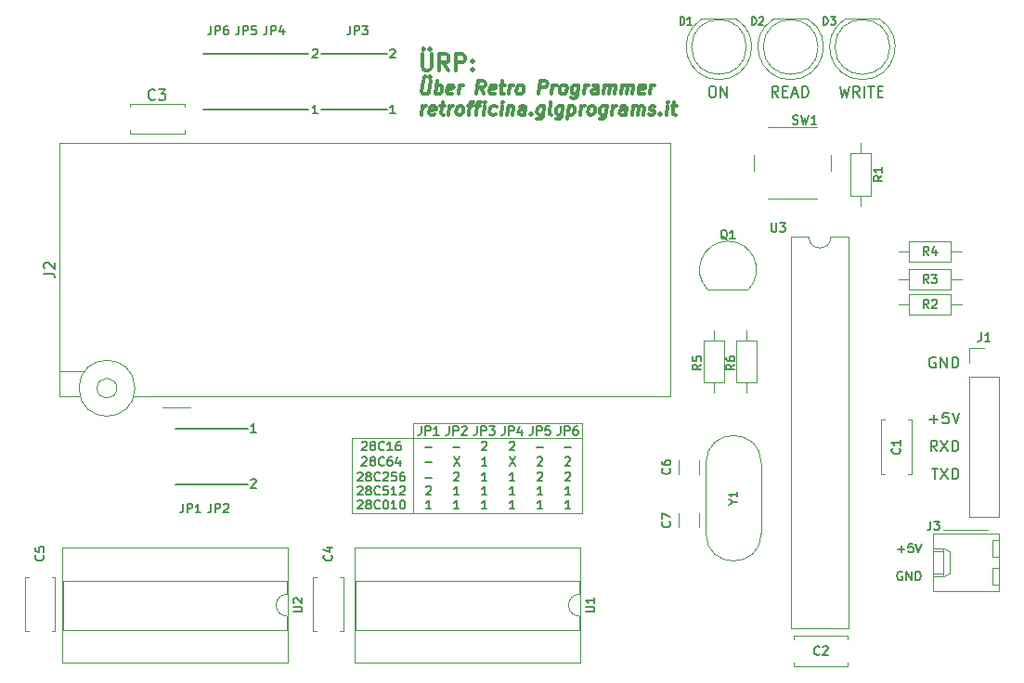
<source format=gto>
G04 #@! TF.GenerationSoftware,KiCad,Pcbnew,5.1.9*
G04 #@! TF.CreationDate,2021-04-11T00:08:53+02:00*
G04 #@! TF.ProjectId,urp,7572702e-6b69-4636-9164-5f7063625858,rev?*
G04 #@! TF.SameCoordinates,Original*
G04 #@! TF.FileFunction,Legend,Top*
G04 #@! TF.FilePolarity,Positive*
%FSLAX46Y46*%
G04 Gerber Fmt 4.6, Leading zero omitted, Abs format (unit mm)*
G04 Created by KiCad (PCBNEW 5.1.9) date 2021-04-11 00:08:53*
%MOMM*%
%LPD*%
G01*
G04 APERTURE LIST*
%ADD10C,0.150000*%
%ADD11C,0.300000*%
%ADD12C,0.080000*%
%ADD13C,0.200000*%
%ADD14C,0.120000*%
G04 APERTURE END LIST*
D10*
X130089000Y-87619880D02*
X130327095Y-88619880D01*
X130517571Y-87905595D01*
X130708047Y-88619880D01*
X130946142Y-87619880D01*
X131898523Y-88619880D02*
X131565190Y-88143690D01*
X131327095Y-88619880D02*
X131327095Y-87619880D01*
X131708047Y-87619880D01*
X131803285Y-87667500D01*
X131850904Y-87715119D01*
X131898523Y-87810357D01*
X131898523Y-87953214D01*
X131850904Y-88048452D01*
X131803285Y-88096071D01*
X131708047Y-88143690D01*
X131327095Y-88143690D01*
X132327095Y-88619880D02*
X132327095Y-87619880D01*
X132660428Y-87619880D02*
X133231857Y-87619880D01*
X132946142Y-88619880D02*
X132946142Y-87619880D01*
X133565190Y-88096071D02*
X133898523Y-88096071D01*
X134041380Y-88619880D02*
X133565190Y-88619880D01*
X133565190Y-87619880D01*
X134041380Y-87619880D01*
X124477071Y-88619880D02*
X124143738Y-88143690D01*
X123905642Y-88619880D02*
X123905642Y-87619880D01*
X124286595Y-87619880D01*
X124381833Y-87667500D01*
X124429452Y-87715119D01*
X124477071Y-87810357D01*
X124477071Y-87953214D01*
X124429452Y-88048452D01*
X124381833Y-88096071D01*
X124286595Y-88143690D01*
X123905642Y-88143690D01*
X124905642Y-88096071D02*
X125238976Y-88096071D01*
X125381833Y-88619880D02*
X124905642Y-88619880D01*
X124905642Y-87619880D01*
X125381833Y-87619880D01*
X125762785Y-88334166D02*
X126238976Y-88334166D01*
X125667547Y-88619880D02*
X126000880Y-87619880D01*
X126334214Y-88619880D01*
X126667547Y-88619880D02*
X126667547Y-87619880D01*
X126905642Y-87619880D01*
X127048499Y-87667500D01*
X127143738Y-87762738D01*
X127191357Y-87857976D01*
X127238976Y-88048452D01*
X127238976Y-88191309D01*
X127191357Y-88381785D01*
X127143738Y-88477023D01*
X127048499Y-88572261D01*
X126905642Y-88619880D01*
X126667547Y-88619880D01*
X118388952Y-87619880D02*
X118579428Y-87619880D01*
X118674666Y-87667500D01*
X118769904Y-87762738D01*
X118817523Y-87953214D01*
X118817523Y-88286547D01*
X118769904Y-88477023D01*
X118674666Y-88572261D01*
X118579428Y-88619880D01*
X118388952Y-88619880D01*
X118293714Y-88572261D01*
X118198476Y-88477023D01*
X118150857Y-88286547D01*
X118150857Y-87953214D01*
X118198476Y-87762738D01*
X118293714Y-87667500D01*
X118388952Y-87619880D01*
X119246095Y-88619880D02*
X119246095Y-87619880D01*
X119817523Y-88619880D01*
X119817523Y-87619880D01*
X72081500Y-84675000D02*
X81606500Y-84675000D01*
X72081500Y-89755000D02*
X81606500Y-89755000D01*
X82470071Y-90116904D02*
X82012928Y-90116904D01*
X82241500Y-90116904D02*
X82241500Y-89316904D01*
X82165309Y-89431190D01*
X82089119Y-89507380D01*
X82012928Y-89545476D01*
X82012928Y-84313095D02*
X82051023Y-84275000D01*
X82127214Y-84236904D01*
X82317690Y-84236904D01*
X82393880Y-84275000D01*
X82431976Y-84313095D01*
X82470071Y-84389285D01*
X82470071Y-84465476D01*
X82431976Y-84579761D01*
X81974833Y-85036904D01*
X82470071Y-85036904D01*
X89552523Y-90116904D02*
X89095380Y-90116904D01*
X89323952Y-90116904D02*
X89323952Y-89316904D01*
X89247761Y-89431190D01*
X89171571Y-89507380D01*
X89095380Y-89545476D01*
X82813000Y-89755000D02*
X88845500Y-89755000D01*
X82813000Y-84675000D02*
X88845500Y-84675000D01*
X89095380Y-84313095D02*
X89133476Y-84275000D01*
X89209666Y-84236904D01*
X89400142Y-84236904D01*
X89476333Y-84275000D01*
X89514428Y-84313095D01*
X89552523Y-84389285D01*
X89552523Y-84465476D01*
X89514428Y-84579761D01*
X89057285Y-85036904D01*
X89552523Y-85036904D01*
X76395380Y-123556095D02*
X76433476Y-123518000D01*
X76509666Y-123479904D01*
X76700142Y-123479904D01*
X76776333Y-123518000D01*
X76814428Y-123556095D01*
X76852523Y-123632285D01*
X76852523Y-123708476D01*
X76814428Y-123822761D01*
X76357285Y-124279904D01*
X76852523Y-124279904D01*
X76852523Y-119199904D02*
X76395380Y-119199904D01*
X76623952Y-119199904D02*
X76623952Y-118399904D01*
X76547761Y-118514190D01*
X76471571Y-118590380D01*
X76395380Y-118628476D01*
X69541500Y-118838000D02*
X76145500Y-118838000D01*
X69541500Y-123918000D02*
X76145500Y-123918000D01*
D11*
X92086857Y-87129357D02*
X91965428Y-88100785D01*
X92008285Y-88215071D01*
X92058285Y-88272214D01*
X92165428Y-88329357D01*
X92394000Y-88329357D01*
X92515428Y-88272214D01*
X92579714Y-88215071D01*
X92651142Y-88100785D01*
X92772571Y-87129357D01*
X92251142Y-86729357D02*
X92301142Y-86786500D01*
X92236857Y-86843642D01*
X92186857Y-86786500D01*
X92251142Y-86729357D01*
X92236857Y-86843642D01*
X92708285Y-86729357D02*
X92758285Y-86786500D01*
X92694000Y-86843642D01*
X92644000Y-86786500D01*
X92708285Y-86729357D01*
X92694000Y-86843642D01*
X93194000Y-88329357D02*
X93344000Y-87129357D01*
X93286857Y-87586500D02*
X93408285Y-87529357D01*
X93636857Y-87529357D01*
X93744000Y-87586500D01*
X93794000Y-87643642D01*
X93836857Y-87757928D01*
X93794000Y-88100785D01*
X93722571Y-88215071D01*
X93658285Y-88272214D01*
X93536857Y-88329357D01*
X93308285Y-88329357D01*
X93201142Y-88272214D01*
X94744000Y-88272214D02*
X94622571Y-88329357D01*
X94394000Y-88329357D01*
X94286857Y-88272214D01*
X94244000Y-88157928D01*
X94301142Y-87700785D01*
X94372571Y-87586500D01*
X94494000Y-87529357D01*
X94722571Y-87529357D01*
X94829714Y-87586500D01*
X94872571Y-87700785D01*
X94858285Y-87815071D01*
X94272571Y-87929357D01*
X95308285Y-88329357D02*
X95408285Y-87529357D01*
X95379714Y-87757928D02*
X95451142Y-87643642D01*
X95515428Y-87586500D01*
X95636857Y-87529357D01*
X95751142Y-87529357D01*
X97651142Y-88329357D02*
X97322571Y-87757928D01*
X96965428Y-88329357D02*
X97115428Y-87129357D01*
X97572571Y-87129357D01*
X97679714Y-87186500D01*
X97729714Y-87243642D01*
X97772571Y-87357928D01*
X97751142Y-87529357D01*
X97679714Y-87643642D01*
X97615428Y-87700785D01*
X97494000Y-87757928D01*
X97036857Y-87757928D01*
X98629714Y-88272214D02*
X98508285Y-88329357D01*
X98279714Y-88329357D01*
X98172571Y-88272214D01*
X98129714Y-88157928D01*
X98186857Y-87700785D01*
X98258285Y-87586500D01*
X98379714Y-87529357D01*
X98608285Y-87529357D01*
X98715428Y-87586500D01*
X98758285Y-87700785D01*
X98744000Y-87815071D01*
X98158285Y-87929357D01*
X99122571Y-87529357D02*
X99579714Y-87529357D01*
X99344000Y-87129357D02*
X99215428Y-88157928D01*
X99258285Y-88272214D01*
X99365428Y-88329357D01*
X99479714Y-88329357D01*
X99879714Y-88329357D02*
X99979714Y-87529357D01*
X99951142Y-87757928D02*
X100022571Y-87643642D01*
X100086857Y-87586500D01*
X100208285Y-87529357D01*
X100322571Y-87529357D01*
X100794000Y-88329357D02*
X100686857Y-88272214D01*
X100636857Y-88215071D01*
X100594000Y-88100785D01*
X100636857Y-87757928D01*
X100708285Y-87643642D01*
X100772571Y-87586500D01*
X100894000Y-87529357D01*
X101065428Y-87529357D01*
X101172571Y-87586500D01*
X101222571Y-87643642D01*
X101265428Y-87757928D01*
X101222571Y-88100785D01*
X101151142Y-88215071D01*
X101086857Y-88272214D01*
X100965428Y-88329357D01*
X100794000Y-88329357D01*
X102622571Y-88329357D02*
X102772571Y-87129357D01*
X103229714Y-87129357D01*
X103336857Y-87186500D01*
X103386857Y-87243642D01*
X103429714Y-87357928D01*
X103408285Y-87529357D01*
X103336857Y-87643642D01*
X103272571Y-87700785D01*
X103151142Y-87757928D01*
X102694000Y-87757928D01*
X103822571Y-88329357D02*
X103922571Y-87529357D01*
X103894000Y-87757928D02*
X103965428Y-87643642D01*
X104029714Y-87586500D01*
X104151142Y-87529357D01*
X104265428Y-87529357D01*
X104736857Y-88329357D02*
X104629714Y-88272214D01*
X104579714Y-88215071D01*
X104536857Y-88100785D01*
X104579714Y-87757928D01*
X104651142Y-87643642D01*
X104715428Y-87586500D01*
X104836857Y-87529357D01*
X105008285Y-87529357D01*
X105115428Y-87586500D01*
X105165428Y-87643642D01*
X105208285Y-87757928D01*
X105165428Y-88100785D01*
X105094000Y-88215071D01*
X105029714Y-88272214D01*
X104908285Y-88329357D01*
X104736857Y-88329357D01*
X106265428Y-87529357D02*
X106144000Y-88500785D01*
X106072571Y-88615071D01*
X106008285Y-88672214D01*
X105886857Y-88729357D01*
X105715428Y-88729357D01*
X105608285Y-88672214D01*
X106172571Y-88272214D02*
X106051142Y-88329357D01*
X105822571Y-88329357D01*
X105715428Y-88272214D01*
X105665428Y-88215071D01*
X105622571Y-88100785D01*
X105665428Y-87757928D01*
X105736857Y-87643642D01*
X105801142Y-87586500D01*
X105922571Y-87529357D01*
X106151142Y-87529357D01*
X106258285Y-87586500D01*
X106736857Y-88329357D02*
X106836857Y-87529357D01*
X106808285Y-87757928D02*
X106879714Y-87643642D01*
X106944000Y-87586500D01*
X107065428Y-87529357D01*
X107179714Y-87529357D01*
X107994000Y-88329357D02*
X108072571Y-87700785D01*
X108029714Y-87586500D01*
X107922571Y-87529357D01*
X107694000Y-87529357D01*
X107572571Y-87586500D01*
X108001142Y-88272214D02*
X107879714Y-88329357D01*
X107594000Y-88329357D01*
X107486857Y-88272214D01*
X107444000Y-88157928D01*
X107458285Y-88043642D01*
X107529714Y-87929357D01*
X107651142Y-87872214D01*
X107936857Y-87872214D01*
X108058285Y-87815071D01*
X108565428Y-88329357D02*
X108665428Y-87529357D01*
X108651142Y-87643642D02*
X108715428Y-87586500D01*
X108836857Y-87529357D01*
X109008285Y-87529357D01*
X109115428Y-87586500D01*
X109158285Y-87700785D01*
X109079714Y-88329357D01*
X109158285Y-87700785D02*
X109229714Y-87586500D01*
X109351142Y-87529357D01*
X109522571Y-87529357D01*
X109629714Y-87586500D01*
X109672571Y-87700785D01*
X109594000Y-88329357D01*
X110165428Y-88329357D02*
X110265428Y-87529357D01*
X110251142Y-87643642D02*
X110315428Y-87586500D01*
X110436857Y-87529357D01*
X110608285Y-87529357D01*
X110715428Y-87586500D01*
X110758285Y-87700785D01*
X110679714Y-88329357D01*
X110758285Y-87700785D02*
X110829714Y-87586500D01*
X110951142Y-87529357D01*
X111122571Y-87529357D01*
X111229714Y-87586500D01*
X111272571Y-87700785D01*
X111194000Y-88329357D01*
X112229714Y-88272214D02*
X112108285Y-88329357D01*
X111879714Y-88329357D01*
X111772571Y-88272214D01*
X111729714Y-88157928D01*
X111786857Y-87700785D01*
X111858285Y-87586500D01*
X111979714Y-87529357D01*
X112208285Y-87529357D01*
X112315428Y-87586500D01*
X112358285Y-87700785D01*
X112344000Y-87815071D01*
X111758285Y-87929357D01*
X112794000Y-88329357D02*
X112894000Y-87529357D01*
X112865428Y-87757928D02*
X112936857Y-87643642D01*
X113001142Y-87586500D01*
X113122571Y-87529357D01*
X113236857Y-87529357D01*
X92001142Y-84679071D02*
X92001142Y-85893357D01*
X92072571Y-86036214D01*
X92144000Y-86107642D01*
X92286857Y-86179071D01*
X92572571Y-86179071D01*
X92715428Y-86107642D01*
X92786857Y-86036214D01*
X92858285Y-85893357D01*
X92858285Y-84679071D01*
X92144000Y-84179071D02*
X92215428Y-84250500D01*
X92144000Y-84321928D01*
X92072571Y-84250500D01*
X92144000Y-84179071D01*
X92144000Y-84321928D01*
X92715428Y-84179071D02*
X92786857Y-84250500D01*
X92715428Y-84321928D01*
X92644000Y-84250500D01*
X92715428Y-84179071D01*
X92715428Y-84321928D01*
X94429714Y-86179071D02*
X93929714Y-85464785D01*
X93572571Y-86179071D02*
X93572571Y-84679071D01*
X94144000Y-84679071D01*
X94286857Y-84750500D01*
X94358285Y-84821928D01*
X94429714Y-84964785D01*
X94429714Y-85179071D01*
X94358285Y-85321928D01*
X94286857Y-85393357D01*
X94144000Y-85464785D01*
X93572571Y-85464785D01*
X95072571Y-86179071D02*
X95072571Y-84679071D01*
X95644000Y-84679071D01*
X95786857Y-84750500D01*
X95858285Y-84821928D01*
X95929714Y-84964785D01*
X95929714Y-85179071D01*
X95858285Y-85321928D01*
X95786857Y-85393357D01*
X95644000Y-85464785D01*
X95072571Y-85464785D01*
X96572571Y-86036214D02*
X96644000Y-86107642D01*
X96572571Y-86179071D01*
X96501142Y-86107642D01*
X96572571Y-86036214D01*
X96572571Y-86179071D01*
X96572571Y-85250500D02*
X96644000Y-85321928D01*
X96572571Y-85393357D01*
X96501142Y-85321928D01*
X96572571Y-85250500D01*
X96572571Y-85393357D01*
D12*
X85607000Y-126585000D02*
X106562000Y-126585000D01*
X106562000Y-126585000D02*
X106562000Y-118330000D01*
X85607000Y-119727000D02*
X106562000Y-119727000D01*
X91195000Y-126585000D02*
X91195000Y-118330000D01*
X85607000Y-126585000D02*
X85607000Y-119727000D01*
D10*
X94465333Y-118653904D02*
X94465333Y-119225333D01*
X94427238Y-119339619D01*
X94351047Y-119415809D01*
X94236761Y-119453904D01*
X94160571Y-119453904D01*
X94846285Y-119453904D02*
X94846285Y-118653904D01*
X95151047Y-118653904D01*
X95227238Y-118692000D01*
X95265333Y-118730095D01*
X95303428Y-118806285D01*
X95303428Y-118920571D01*
X95265333Y-118996761D01*
X95227238Y-119034857D01*
X95151047Y-119072952D01*
X94846285Y-119072952D01*
X95608190Y-118730095D02*
X95646285Y-118692000D01*
X95722476Y-118653904D01*
X95912952Y-118653904D01*
X95989142Y-118692000D01*
X96027238Y-118730095D01*
X96065333Y-118806285D01*
X96065333Y-118882476D01*
X96027238Y-118996761D01*
X95570095Y-119453904D01*
X96065333Y-119453904D01*
X102085333Y-118653904D02*
X102085333Y-119225333D01*
X102047238Y-119339619D01*
X101971047Y-119415809D01*
X101856761Y-119453904D01*
X101780571Y-119453904D01*
X102466285Y-119453904D02*
X102466285Y-118653904D01*
X102771047Y-118653904D01*
X102847238Y-118692000D01*
X102885333Y-118730095D01*
X102923428Y-118806285D01*
X102923428Y-118920571D01*
X102885333Y-118996761D01*
X102847238Y-119034857D01*
X102771047Y-119072952D01*
X102466285Y-119072952D01*
X103647238Y-118653904D02*
X103266285Y-118653904D01*
X103228190Y-119034857D01*
X103266285Y-118996761D01*
X103342476Y-118958666D01*
X103532952Y-118958666D01*
X103609142Y-118996761D01*
X103647238Y-119034857D01*
X103685333Y-119111047D01*
X103685333Y-119301523D01*
X103647238Y-119377714D01*
X103609142Y-119415809D01*
X103532952Y-119453904D01*
X103342476Y-119453904D01*
X103266285Y-119415809D01*
X103228190Y-119377714D01*
X99545333Y-118653904D02*
X99545333Y-119225333D01*
X99507238Y-119339619D01*
X99431047Y-119415809D01*
X99316761Y-119453904D01*
X99240571Y-119453904D01*
X99926285Y-119453904D02*
X99926285Y-118653904D01*
X100231047Y-118653904D01*
X100307238Y-118692000D01*
X100345333Y-118730095D01*
X100383428Y-118806285D01*
X100383428Y-118920571D01*
X100345333Y-118996761D01*
X100307238Y-119034857D01*
X100231047Y-119072952D01*
X99926285Y-119072952D01*
X101069142Y-118920571D02*
X101069142Y-119453904D01*
X100878666Y-118615809D02*
X100688190Y-119187238D01*
X101183428Y-119187238D01*
X97005333Y-118653904D02*
X97005333Y-119225333D01*
X96967238Y-119339619D01*
X96891047Y-119415809D01*
X96776761Y-119453904D01*
X96700571Y-119453904D01*
X97386285Y-119453904D02*
X97386285Y-118653904D01*
X97691047Y-118653904D01*
X97767238Y-118692000D01*
X97805333Y-118730095D01*
X97843428Y-118806285D01*
X97843428Y-118920571D01*
X97805333Y-118996761D01*
X97767238Y-119034857D01*
X97691047Y-119072952D01*
X97386285Y-119072952D01*
X98110095Y-118653904D02*
X98605333Y-118653904D01*
X98338666Y-118958666D01*
X98452952Y-118958666D01*
X98529142Y-118996761D01*
X98567238Y-119034857D01*
X98605333Y-119111047D01*
X98605333Y-119301523D01*
X98567238Y-119377714D01*
X98529142Y-119415809D01*
X98452952Y-119453904D01*
X98224380Y-119453904D01*
X98148190Y-119415809D01*
X98110095Y-119377714D01*
X104625333Y-118653904D02*
X104625333Y-119225333D01*
X104587238Y-119339619D01*
X104511047Y-119415809D01*
X104396761Y-119453904D01*
X104320571Y-119453904D01*
X105006285Y-119453904D02*
X105006285Y-118653904D01*
X105311047Y-118653904D01*
X105387238Y-118692000D01*
X105425333Y-118730095D01*
X105463428Y-118806285D01*
X105463428Y-118920571D01*
X105425333Y-118996761D01*
X105387238Y-119034857D01*
X105311047Y-119072952D01*
X105006285Y-119072952D01*
X106149142Y-118653904D02*
X105996761Y-118653904D01*
X105920571Y-118692000D01*
X105882476Y-118730095D01*
X105806285Y-118844380D01*
X105768190Y-118996761D01*
X105768190Y-119301523D01*
X105806285Y-119377714D01*
X105844380Y-119415809D01*
X105920571Y-119453904D01*
X106072952Y-119453904D01*
X106149142Y-119415809D01*
X106187238Y-119377714D01*
X106225333Y-119301523D01*
X106225333Y-119111047D01*
X106187238Y-119034857D01*
X106149142Y-118996761D01*
X106072952Y-118958666D01*
X105920571Y-118958666D01*
X105844380Y-118996761D01*
X105806285Y-119034857D01*
X105768190Y-119111047D01*
X91925333Y-118653904D02*
X91925333Y-119225333D01*
X91887238Y-119339619D01*
X91811047Y-119415809D01*
X91696761Y-119453904D01*
X91620571Y-119453904D01*
X92306285Y-119453904D02*
X92306285Y-118653904D01*
X92611047Y-118653904D01*
X92687238Y-118692000D01*
X92725333Y-118730095D01*
X92763428Y-118806285D01*
X92763428Y-118920571D01*
X92725333Y-118996761D01*
X92687238Y-119034857D01*
X92611047Y-119072952D01*
X92306285Y-119072952D01*
X93525333Y-119453904D02*
X93068190Y-119453904D01*
X93296761Y-119453904D02*
X93296761Y-118653904D01*
X93220571Y-118768190D01*
X93144380Y-118844380D01*
X93068190Y-118882476D01*
D12*
X91195000Y-118330000D02*
X106562000Y-118330000D01*
D10*
X105063428Y-121524095D02*
X105101523Y-121486000D01*
X105177714Y-121447904D01*
X105368190Y-121447904D01*
X105444380Y-121486000D01*
X105482476Y-121524095D01*
X105520571Y-121600285D01*
X105520571Y-121676476D01*
X105482476Y-121790761D01*
X105025333Y-122247904D01*
X105520571Y-122247904D01*
X105520571Y-126184904D02*
X105063428Y-126184904D01*
X105292000Y-126184904D02*
X105292000Y-125384904D01*
X105215809Y-125499190D01*
X105139619Y-125575380D01*
X105063428Y-125613476D01*
X104987238Y-120546142D02*
X105596761Y-120546142D01*
X105063428Y-122921095D02*
X105101523Y-122883000D01*
X105177714Y-122844904D01*
X105368190Y-122844904D01*
X105444380Y-122883000D01*
X105482476Y-122921095D01*
X105520571Y-122997285D01*
X105520571Y-123073476D01*
X105482476Y-123187761D01*
X105025333Y-123644904D01*
X105520571Y-123644904D01*
X105520571Y-124914904D02*
X105063428Y-124914904D01*
X105292000Y-124914904D02*
X105292000Y-124114904D01*
X105215809Y-124229190D01*
X105139619Y-124305380D01*
X105063428Y-124343476D01*
X102523428Y-121524095D02*
X102561523Y-121486000D01*
X102637714Y-121447904D01*
X102828190Y-121447904D01*
X102904380Y-121486000D01*
X102942476Y-121524095D01*
X102980571Y-121600285D01*
X102980571Y-121676476D01*
X102942476Y-121790761D01*
X102485333Y-122247904D01*
X102980571Y-122247904D01*
X102523428Y-122921095D02*
X102561523Y-122883000D01*
X102637714Y-122844904D01*
X102828190Y-122844904D01*
X102904380Y-122883000D01*
X102942476Y-122921095D01*
X102980571Y-122997285D01*
X102980571Y-123073476D01*
X102942476Y-123187761D01*
X102485333Y-123644904D01*
X102980571Y-123644904D01*
X102980571Y-124914904D02*
X102523428Y-124914904D01*
X102752000Y-124914904D02*
X102752000Y-124114904D01*
X102675809Y-124229190D01*
X102599619Y-124305380D01*
X102523428Y-124343476D01*
X102980571Y-126184904D02*
X102523428Y-126184904D01*
X102752000Y-126184904D02*
X102752000Y-125384904D01*
X102675809Y-125499190D01*
X102599619Y-125575380D01*
X102523428Y-125613476D01*
X102447238Y-120546142D02*
X103056761Y-120546142D01*
X100440571Y-124914904D02*
X99983428Y-124914904D01*
X100212000Y-124914904D02*
X100212000Y-124114904D01*
X100135809Y-124229190D01*
X100059619Y-124305380D01*
X99983428Y-124343476D01*
X100440571Y-126184904D02*
X99983428Y-126184904D01*
X100212000Y-126184904D02*
X100212000Y-125384904D01*
X100135809Y-125499190D01*
X100059619Y-125575380D01*
X99983428Y-125613476D01*
X99983428Y-120127095D02*
X100021523Y-120089000D01*
X100097714Y-120050904D01*
X100288190Y-120050904D01*
X100364380Y-120089000D01*
X100402476Y-120127095D01*
X100440571Y-120203285D01*
X100440571Y-120279476D01*
X100402476Y-120393761D01*
X99945333Y-120850904D01*
X100440571Y-120850904D01*
X99945333Y-121447904D02*
X100478666Y-122247904D01*
X100478666Y-121447904D02*
X99945333Y-122247904D01*
X100440571Y-123644904D02*
X99983428Y-123644904D01*
X100212000Y-123644904D02*
X100212000Y-122844904D01*
X100135809Y-122959190D01*
X100059619Y-123035380D01*
X99983428Y-123073476D01*
X97443428Y-120127095D02*
X97481523Y-120089000D01*
X97557714Y-120050904D01*
X97748190Y-120050904D01*
X97824380Y-120089000D01*
X97862476Y-120127095D01*
X97900571Y-120203285D01*
X97900571Y-120279476D01*
X97862476Y-120393761D01*
X97405333Y-120850904D01*
X97900571Y-120850904D01*
X97900571Y-122247904D02*
X97443428Y-122247904D01*
X97672000Y-122247904D02*
X97672000Y-121447904D01*
X97595809Y-121562190D01*
X97519619Y-121638380D01*
X97443428Y-121676476D01*
X97900571Y-124914904D02*
X97443428Y-124914904D01*
X97672000Y-124914904D02*
X97672000Y-124114904D01*
X97595809Y-124229190D01*
X97519619Y-124305380D01*
X97443428Y-124343476D01*
X97900571Y-126184904D02*
X97443428Y-126184904D01*
X97672000Y-126184904D02*
X97672000Y-125384904D01*
X97595809Y-125499190D01*
X97519619Y-125575380D01*
X97443428Y-125613476D01*
X97900571Y-123644904D02*
X97443428Y-123644904D01*
X97672000Y-123644904D02*
X97672000Y-122844904D01*
X97595809Y-122959190D01*
X97519619Y-123035380D01*
X97443428Y-123073476D01*
X94903428Y-122921095D02*
X94941523Y-122883000D01*
X95017714Y-122844904D01*
X95208190Y-122844904D01*
X95284380Y-122883000D01*
X95322476Y-122921095D01*
X95360571Y-122997285D01*
X95360571Y-123073476D01*
X95322476Y-123187761D01*
X94865333Y-123644904D01*
X95360571Y-123644904D01*
X94865333Y-121447904D02*
X95398666Y-122247904D01*
X95398666Y-121447904D02*
X94865333Y-122247904D01*
X95360571Y-124914904D02*
X94903428Y-124914904D01*
X95132000Y-124914904D02*
X95132000Y-124114904D01*
X95055809Y-124229190D01*
X94979619Y-124305380D01*
X94903428Y-124343476D01*
X95360571Y-126184904D02*
X94903428Y-126184904D01*
X95132000Y-126184904D02*
X95132000Y-125384904D01*
X95055809Y-125499190D01*
X94979619Y-125575380D01*
X94903428Y-125613476D01*
X94827238Y-120546142D02*
X95436761Y-120546142D01*
X92287238Y-123340142D02*
X92896761Y-123340142D01*
X92287238Y-121943142D02*
X92896761Y-121943142D01*
X92287238Y-120546142D02*
X92896761Y-120546142D01*
X92363428Y-124191095D02*
X92401523Y-124153000D01*
X92477714Y-124114904D01*
X92668190Y-124114904D01*
X92744380Y-124153000D01*
X92782476Y-124191095D01*
X92820571Y-124267285D01*
X92820571Y-124343476D01*
X92782476Y-124457761D01*
X92325333Y-124914904D01*
X92820571Y-124914904D01*
X92820571Y-126184904D02*
X92363428Y-126184904D01*
X92592000Y-126184904D02*
X92592000Y-125384904D01*
X92515809Y-125499190D01*
X92439619Y-125575380D01*
X92363428Y-125613476D01*
X86121619Y-125461095D02*
X86159714Y-125423000D01*
X86235904Y-125384904D01*
X86426380Y-125384904D01*
X86502571Y-125423000D01*
X86540666Y-125461095D01*
X86578761Y-125537285D01*
X86578761Y-125613476D01*
X86540666Y-125727761D01*
X86083523Y-126184904D01*
X86578761Y-126184904D01*
X87035904Y-125727761D02*
X86959714Y-125689666D01*
X86921619Y-125651571D01*
X86883523Y-125575380D01*
X86883523Y-125537285D01*
X86921619Y-125461095D01*
X86959714Y-125423000D01*
X87035904Y-125384904D01*
X87188285Y-125384904D01*
X87264476Y-125423000D01*
X87302571Y-125461095D01*
X87340666Y-125537285D01*
X87340666Y-125575380D01*
X87302571Y-125651571D01*
X87264476Y-125689666D01*
X87188285Y-125727761D01*
X87035904Y-125727761D01*
X86959714Y-125765857D01*
X86921619Y-125803952D01*
X86883523Y-125880142D01*
X86883523Y-126032523D01*
X86921619Y-126108714D01*
X86959714Y-126146809D01*
X87035904Y-126184904D01*
X87188285Y-126184904D01*
X87264476Y-126146809D01*
X87302571Y-126108714D01*
X87340666Y-126032523D01*
X87340666Y-125880142D01*
X87302571Y-125803952D01*
X87264476Y-125765857D01*
X87188285Y-125727761D01*
X88140666Y-126108714D02*
X88102571Y-126146809D01*
X87988285Y-126184904D01*
X87912095Y-126184904D01*
X87797809Y-126146809D01*
X87721619Y-126070619D01*
X87683523Y-125994428D01*
X87645428Y-125842047D01*
X87645428Y-125727761D01*
X87683523Y-125575380D01*
X87721619Y-125499190D01*
X87797809Y-125423000D01*
X87912095Y-125384904D01*
X87988285Y-125384904D01*
X88102571Y-125423000D01*
X88140666Y-125461095D01*
X88635904Y-125384904D02*
X88712095Y-125384904D01*
X88788285Y-125423000D01*
X88826380Y-125461095D01*
X88864476Y-125537285D01*
X88902571Y-125689666D01*
X88902571Y-125880142D01*
X88864476Y-126032523D01*
X88826380Y-126108714D01*
X88788285Y-126146809D01*
X88712095Y-126184904D01*
X88635904Y-126184904D01*
X88559714Y-126146809D01*
X88521619Y-126108714D01*
X88483523Y-126032523D01*
X88445428Y-125880142D01*
X88445428Y-125689666D01*
X88483523Y-125537285D01*
X88521619Y-125461095D01*
X88559714Y-125423000D01*
X88635904Y-125384904D01*
X89664476Y-126184904D02*
X89207333Y-126184904D01*
X89435904Y-126184904D02*
X89435904Y-125384904D01*
X89359714Y-125499190D01*
X89283523Y-125575380D01*
X89207333Y-125613476D01*
X90159714Y-125384904D02*
X90235904Y-125384904D01*
X90312095Y-125423000D01*
X90350190Y-125461095D01*
X90388285Y-125537285D01*
X90426380Y-125689666D01*
X90426380Y-125880142D01*
X90388285Y-126032523D01*
X90350190Y-126108714D01*
X90312095Y-126146809D01*
X90235904Y-126184904D01*
X90159714Y-126184904D01*
X90083523Y-126146809D01*
X90045428Y-126108714D01*
X90007333Y-126032523D01*
X89969238Y-125880142D01*
X89969238Y-125689666D01*
X90007333Y-125537285D01*
X90045428Y-125461095D01*
X90083523Y-125423000D01*
X90159714Y-125384904D01*
X86121619Y-124191095D02*
X86159714Y-124153000D01*
X86235904Y-124114904D01*
X86426380Y-124114904D01*
X86502571Y-124153000D01*
X86540666Y-124191095D01*
X86578761Y-124267285D01*
X86578761Y-124343476D01*
X86540666Y-124457761D01*
X86083523Y-124914904D01*
X86578761Y-124914904D01*
X87035904Y-124457761D02*
X86959714Y-124419666D01*
X86921619Y-124381571D01*
X86883523Y-124305380D01*
X86883523Y-124267285D01*
X86921619Y-124191095D01*
X86959714Y-124153000D01*
X87035904Y-124114904D01*
X87188285Y-124114904D01*
X87264476Y-124153000D01*
X87302571Y-124191095D01*
X87340666Y-124267285D01*
X87340666Y-124305380D01*
X87302571Y-124381571D01*
X87264476Y-124419666D01*
X87188285Y-124457761D01*
X87035904Y-124457761D01*
X86959714Y-124495857D01*
X86921619Y-124533952D01*
X86883523Y-124610142D01*
X86883523Y-124762523D01*
X86921619Y-124838714D01*
X86959714Y-124876809D01*
X87035904Y-124914904D01*
X87188285Y-124914904D01*
X87264476Y-124876809D01*
X87302571Y-124838714D01*
X87340666Y-124762523D01*
X87340666Y-124610142D01*
X87302571Y-124533952D01*
X87264476Y-124495857D01*
X87188285Y-124457761D01*
X88140666Y-124838714D02*
X88102571Y-124876809D01*
X87988285Y-124914904D01*
X87912095Y-124914904D01*
X87797809Y-124876809D01*
X87721619Y-124800619D01*
X87683523Y-124724428D01*
X87645428Y-124572047D01*
X87645428Y-124457761D01*
X87683523Y-124305380D01*
X87721619Y-124229190D01*
X87797809Y-124153000D01*
X87912095Y-124114904D01*
X87988285Y-124114904D01*
X88102571Y-124153000D01*
X88140666Y-124191095D01*
X88864476Y-124114904D02*
X88483523Y-124114904D01*
X88445428Y-124495857D01*
X88483523Y-124457761D01*
X88559714Y-124419666D01*
X88750190Y-124419666D01*
X88826380Y-124457761D01*
X88864476Y-124495857D01*
X88902571Y-124572047D01*
X88902571Y-124762523D01*
X88864476Y-124838714D01*
X88826380Y-124876809D01*
X88750190Y-124914904D01*
X88559714Y-124914904D01*
X88483523Y-124876809D01*
X88445428Y-124838714D01*
X89664476Y-124914904D02*
X89207333Y-124914904D01*
X89435904Y-124914904D02*
X89435904Y-124114904D01*
X89359714Y-124229190D01*
X89283523Y-124305380D01*
X89207333Y-124343476D01*
X89969238Y-124191095D02*
X90007333Y-124153000D01*
X90083523Y-124114904D01*
X90274000Y-124114904D01*
X90350190Y-124153000D01*
X90388285Y-124191095D01*
X90426380Y-124267285D01*
X90426380Y-124343476D01*
X90388285Y-124457761D01*
X89931142Y-124914904D01*
X90426380Y-124914904D01*
X86121619Y-122921095D02*
X86159714Y-122883000D01*
X86235904Y-122844904D01*
X86426380Y-122844904D01*
X86502571Y-122883000D01*
X86540666Y-122921095D01*
X86578761Y-122997285D01*
X86578761Y-123073476D01*
X86540666Y-123187761D01*
X86083523Y-123644904D01*
X86578761Y-123644904D01*
X87035904Y-123187761D02*
X86959714Y-123149666D01*
X86921619Y-123111571D01*
X86883523Y-123035380D01*
X86883523Y-122997285D01*
X86921619Y-122921095D01*
X86959714Y-122883000D01*
X87035904Y-122844904D01*
X87188285Y-122844904D01*
X87264476Y-122883000D01*
X87302571Y-122921095D01*
X87340666Y-122997285D01*
X87340666Y-123035380D01*
X87302571Y-123111571D01*
X87264476Y-123149666D01*
X87188285Y-123187761D01*
X87035904Y-123187761D01*
X86959714Y-123225857D01*
X86921619Y-123263952D01*
X86883523Y-123340142D01*
X86883523Y-123492523D01*
X86921619Y-123568714D01*
X86959714Y-123606809D01*
X87035904Y-123644904D01*
X87188285Y-123644904D01*
X87264476Y-123606809D01*
X87302571Y-123568714D01*
X87340666Y-123492523D01*
X87340666Y-123340142D01*
X87302571Y-123263952D01*
X87264476Y-123225857D01*
X87188285Y-123187761D01*
X88140666Y-123568714D02*
X88102571Y-123606809D01*
X87988285Y-123644904D01*
X87912095Y-123644904D01*
X87797809Y-123606809D01*
X87721619Y-123530619D01*
X87683523Y-123454428D01*
X87645428Y-123302047D01*
X87645428Y-123187761D01*
X87683523Y-123035380D01*
X87721619Y-122959190D01*
X87797809Y-122883000D01*
X87912095Y-122844904D01*
X87988285Y-122844904D01*
X88102571Y-122883000D01*
X88140666Y-122921095D01*
X88445428Y-122921095D02*
X88483523Y-122883000D01*
X88559714Y-122844904D01*
X88750190Y-122844904D01*
X88826380Y-122883000D01*
X88864476Y-122921095D01*
X88902571Y-122997285D01*
X88902571Y-123073476D01*
X88864476Y-123187761D01*
X88407333Y-123644904D01*
X88902571Y-123644904D01*
X89626380Y-122844904D02*
X89245428Y-122844904D01*
X89207333Y-123225857D01*
X89245428Y-123187761D01*
X89321619Y-123149666D01*
X89512095Y-123149666D01*
X89588285Y-123187761D01*
X89626380Y-123225857D01*
X89664476Y-123302047D01*
X89664476Y-123492523D01*
X89626380Y-123568714D01*
X89588285Y-123606809D01*
X89512095Y-123644904D01*
X89321619Y-123644904D01*
X89245428Y-123606809D01*
X89207333Y-123568714D01*
X90350190Y-122844904D02*
X90197809Y-122844904D01*
X90121619Y-122883000D01*
X90083523Y-122921095D01*
X90007333Y-123035380D01*
X89969238Y-123187761D01*
X89969238Y-123492523D01*
X90007333Y-123568714D01*
X90045428Y-123606809D01*
X90121619Y-123644904D01*
X90274000Y-123644904D01*
X90350190Y-123606809D01*
X90388285Y-123568714D01*
X90426380Y-123492523D01*
X90426380Y-123302047D01*
X90388285Y-123225857D01*
X90350190Y-123187761D01*
X90274000Y-123149666D01*
X90121619Y-123149666D01*
X90045428Y-123187761D01*
X90007333Y-123225857D01*
X89969238Y-123302047D01*
X86502571Y-121524095D02*
X86540666Y-121486000D01*
X86616857Y-121447904D01*
X86807333Y-121447904D01*
X86883523Y-121486000D01*
X86921619Y-121524095D01*
X86959714Y-121600285D01*
X86959714Y-121676476D01*
X86921619Y-121790761D01*
X86464476Y-122247904D01*
X86959714Y-122247904D01*
X87416857Y-121790761D02*
X87340666Y-121752666D01*
X87302571Y-121714571D01*
X87264476Y-121638380D01*
X87264476Y-121600285D01*
X87302571Y-121524095D01*
X87340666Y-121486000D01*
X87416857Y-121447904D01*
X87569238Y-121447904D01*
X87645428Y-121486000D01*
X87683523Y-121524095D01*
X87721619Y-121600285D01*
X87721619Y-121638380D01*
X87683523Y-121714571D01*
X87645428Y-121752666D01*
X87569238Y-121790761D01*
X87416857Y-121790761D01*
X87340666Y-121828857D01*
X87302571Y-121866952D01*
X87264476Y-121943142D01*
X87264476Y-122095523D01*
X87302571Y-122171714D01*
X87340666Y-122209809D01*
X87416857Y-122247904D01*
X87569238Y-122247904D01*
X87645428Y-122209809D01*
X87683523Y-122171714D01*
X87721619Y-122095523D01*
X87721619Y-121943142D01*
X87683523Y-121866952D01*
X87645428Y-121828857D01*
X87569238Y-121790761D01*
X88521619Y-122171714D02*
X88483523Y-122209809D01*
X88369238Y-122247904D01*
X88293047Y-122247904D01*
X88178761Y-122209809D01*
X88102571Y-122133619D01*
X88064476Y-122057428D01*
X88026380Y-121905047D01*
X88026380Y-121790761D01*
X88064476Y-121638380D01*
X88102571Y-121562190D01*
X88178761Y-121486000D01*
X88293047Y-121447904D01*
X88369238Y-121447904D01*
X88483523Y-121486000D01*
X88521619Y-121524095D01*
X89207333Y-121447904D02*
X89054952Y-121447904D01*
X88978761Y-121486000D01*
X88940666Y-121524095D01*
X88864476Y-121638380D01*
X88826380Y-121790761D01*
X88826380Y-122095523D01*
X88864476Y-122171714D01*
X88902571Y-122209809D01*
X88978761Y-122247904D01*
X89131142Y-122247904D01*
X89207333Y-122209809D01*
X89245428Y-122171714D01*
X89283523Y-122095523D01*
X89283523Y-121905047D01*
X89245428Y-121828857D01*
X89207333Y-121790761D01*
X89131142Y-121752666D01*
X88978761Y-121752666D01*
X88902571Y-121790761D01*
X88864476Y-121828857D01*
X88826380Y-121905047D01*
X89969238Y-121714571D02*
X89969238Y-122247904D01*
X89778761Y-121409809D02*
X89588285Y-121981238D01*
X90083523Y-121981238D01*
X86502571Y-120127095D02*
X86540666Y-120089000D01*
X86616857Y-120050904D01*
X86807333Y-120050904D01*
X86883523Y-120089000D01*
X86921619Y-120127095D01*
X86959714Y-120203285D01*
X86959714Y-120279476D01*
X86921619Y-120393761D01*
X86464476Y-120850904D01*
X86959714Y-120850904D01*
X87416857Y-120393761D02*
X87340666Y-120355666D01*
X87302571Y-120317571D01*
X87264476Y-120241380D01*
X87264476Y-120203285D01*
X87302571Y-120127095D01*
X87340666Y-120089000D01*
X87416857Y-120050904D01*
X87569238Y-120050904D01*
X87645428Y-120089000D01*
X87683523Y-120127095D01*
X87721619Y-120203285D01*
X87721619Y-120241380D01*
X87683523Y-120317571D01*
X87645428Y-120355666D01*
X87569238Y-120393761D01*
X87416857Y-120393761D01*
X87340666Y-120431857D01*
X87302571Y-120469952D01*
X87264476Y-120546142D01*
X87264476Y-120698523D01*
X87302571Y-120774714D01*
X87340666Y-120812809D01*
X87416857Y-120850904D01*
X87569238Y-120850904D01*
X87645428Y-120812809D01*
X87683523Y-120774714D01*
X87721619Y-120698523D01*
X87721619Y-120546142D01*
X87683523Y-120469952D01*
X87645428Y-120431857D01*
X87569238Y-120393761D01*
X88521619Y-120774714D02*
X88483523Y-120812809D01*
X88369238Y-120850904D01*
X88293047Y-120850904D01*
X88178761Y-120812809D01*
X88102571Y-120736619D01*
X88064476Y-120660428D01*
X88026380Y-120508047D01*
X88026380Y-120393761D01*
X88064476Y-120241380D01*
X88102571Y-120165190D01*
X88178761Y-120089000D01*
X88293047Y-120050904D01*
X88369238Y-120050904D01*
X88483523Y-120089000D01*
X88521619Y-120127095D01*
X89283523Y-120850904D02*
X88826380Y-120850904D01*
X89054952Y-120850904D02*
X89054952Y-120050904D01*
X88978761Y-120165190D01*
X88902571Y-120241380D01*
X88826380Y-120279476D01*
X89969238Y-120050904D02*
X89816857Y-120050904D01*
X89740666Y-120089000D01*
X89702571Y-120127095D01*
X89626380Y-120241380D01*
X89588285Y-120393761D01*
X89588285Y-120698523D01*
X89626380Y-120774714D01*
X89664476Y-120812809D01*
X89740666Y-120850904D01*
X89893047Y-120850904D01*
X89969238Y-120812809D01*
X90007333Y-120774714D01*
X90045428Y-120698523D01*
X90045428Y-120508047D01*
X90007333Y-120431857D01*
X89969238Y-120393761D01*
X89893047Y-120355666D01*
X89740666Y-120355666D01*
X89664476Y-120393761D01*
X89626380Y-120431857D01*
X89588285Y-120508047D01*
D11*
X91936857Y-90234357D02*
X92036857Y-89434357D01*
X92008285Y-89662928D02*
X92079714Y-89548642D01*
X92144000Y-89491500D01*
X92265428Y-89434357D01*
X92379714Y-89434357D01*
X93144000Y-90177214D02*
X93022571Y-90234357D01*
X92794000Y-90234357D01*
X92686857Y-90177214D01*
X92644000Y-90062928D01*
X92701142Y-89605785D01*
X92772571Y-89491500D01*
X92894000Y-89434357D01*
X93122571Y-89434357D01*
X93229714Y-89491500D01*
X93272571Y-89605785D01*
X93258285Y-89720071D01*
X92672571Y-89834357D01*
X93636857Y-89434357D02*
X94094000Y-89434357D01*
X93858285Y-89034357D02*
X93729714Y-90062928D01*
X93772571Y-90177214D01*
X93879714Y-90234357D01*
X93994000Y-90234357D01*
X94394000Y-90234357D02*
X94494000Y-89434357D01*
X94465428Y-89662928D02*
X94536857Y-89548642D01*
X94601142Y-89491500D01*
X94722571Y-89434357D01*
X94836857Y-89434357D01*
X95308285Y-90234357D02*
X95201142Y-90177214D01*
X95151142Y-90120071D01*
X95108285Y-90005785D01*
X95151142Y-89662928D01*
X95222571Y-89548642D01*
X95286857Y-89491500D01*
X95408285Y-89434357D01*
X95579714Y-89434357D01*
X95686857Y-89491500D01*
X95736857Y-89548642D01*
X95779714Y-89662928D01*
X95736857Y-90005785D01*
X95665428Y-90120071D01*
X95601142Y-90177214D01*
X95479714Y-90234357D01*
X95308285Y-90234357D01*
X96151142Y-89434357D02*
X96608285Y-89434357D01*
X96222571Y-90234357D02*
X96351142Y-89205785D01*
X96422571Y-89091500D01*
X96544000Y-89034357D01*
X96658285Y-89034357D01*
X96836857Y-89434357D02*
X97294000Y-89434357D01*
X96908285Y-90234357D02*
X97036857Y-89205785D01*
X97108285Y-89091500D01*
X97229714Y-89034357D01*
X97344000Y-89034357D01*
X97594000Y-90234357D02*
X97694000Y-89434357D01*
X97744000Y-89034357D02*
X97679714Y-89091500D01*
X97729714Y-89148642D01*
X97794000Y-89091500D01*
X97744000Y-89034357D01*
X97729714Y-89148642D01*
X98686857Y-90177214D02*
X98565428Y-90234357D01*
X98336857Y-90234357D01*
X98229714Y-90177214D01*
X98179714Y-90120071D01*
X98136857Y-90005785D01*
X98179714Y-89662928D01*
X98251142Y-89548642D01*
X98315428Y-89491500D01*
X98436857Y-89434357D01*
X98665428Y-89434357D01*
X98772571Y-89491500D01*
X99194000Y-90234357D02*
X99294000Y-89434357D01*
X99344000Y-89034357D02*
X99279714Y-89091500D01*
X99329714Y-89148642D01*
X99394000Y-89091500D01*
X99344000Y-89034357D01*
X99329714Y-89148642D01*
X99865428Y-89434357D02*
X99765428Y-90234357D01*
X99851142Y-89548642D02*
X99915428Y-89491500D01*
X100036857Y-89434357D01*
X100208285Y-89434357D01*
X100315428Y-89491500D01*
X100358285Y-89605785D01*
X100279714Y-90234357D01*
X101365428Y-90234357D02*
X101444000Y-89605785D01*
X101401142Y-89491500D01*
X101294000Y-89434357D01*
X101065428Y-89434357D01*
X100944000Y-89491500D01*
X101372571Y-90177214D02*
X101251142Y-90234357D01*
X100965428Y-90234357D01*
X100858285Y-90177214D01*
X100815428Y-90062928D01*
X100829714Y-89948642D01*
X100901142Y-89834357D01*
X101022571Y-89777214D01*
X101308285Y-89777214D01*
X101429714Y-89720071D01*
X101951142Y-90120071D02*
X102001142Y-90177214D01*
X101936857Y-90234357D01*
X101886857Y-90177214D01*
X101951142Y-90120071D01*
X101936857Y-90234357D01*
X103122571Y-89434357D02*
X103001142Y-90405785D01*
X102929714Y-90520071D01*
X102865428Y-90577214D01*
X102744000Y-90634357D01*
X102572571Y-90634357D01*
X102465428Y-90577214D01*
X103029714Y-90177214D02*
X102908285Y-90234357D01*
X102679714Y-90234357D01*
X102572571Y-90177214D01*
X102522571Y-90120071D01*
X102479714Y-90005785D01*
X102522571Y-89662928D01*
X102594000Y-89548642D01*
X102658285Y-89491500D01*
X102779714Y-89434357D01*
X103008285Y-89434357D01*
X103115428Y-89491500D01*
X103765428Y-90234357D02*
X103658285Y-90177214D01*
X103615428Y-90062928D01*
X103744000Y-89034357D01*
X104836857Y-89434357D02*
X104715428Y-90405785D01*
X104644000Y-90520071D01*
X104579714Y-90577214D01*
X104458285Y-90634357D01*
X104286857Y-90634357D01*
X104179714Y-90577214D01*
X104744000Y-90177214D02*
X104622571Y-90234357D01*
X104394000Y-90234357D01*
X104286857Y-90177214D01*
X104236857Y-90120071D01*
X104194000Y-90005785D01*
X104236857Y-89662928D01*
X104308285Y-89548642D01*
X104372571Y-89491500D01*
X104494000Y-89434357D01*
X104722571Y-89434357D01*
X104829714Y-89491500D01*
X105408285Y-89434357D02*
X105258285Y-90634357D01*
X105401142Y-89491500D02*
X105522571Y-89434357D01*
X105751142Y-89434357D01*
X105858285Y-89491500D01*
X105908285Y-89548642D01*
X105951142Y-89662928D01*
X105908285Y-90005785D01*
X105836857Y-90120071D01*
X105772571Y-90177214D01*
X105651142Y-90234357D01*
X105422571Y-90234357D01*
X105315428Y-90177214D01*
X106394000Y-90234357D02*
X106494000Y-89434357D01*
X106465428Y-89662928D02*
X106536857Y-89548642D01*
X106601142Y-89491500D01*
X106722571Y-89434357D01*
X106836857Y-89434357D01*
X107308285Y-90234357D02*
X107201142Y-90177214D01*
X107151142Y-90120071D01*
X107108285Y-90005785D01*
X107151142Y-89662928D01*
X107222571Y-89548642D01*
X107286857Y-89491500D01*
X107408285Y-89434357D01*
X107579714Y-89434357D01*
X107686857Y-89491500D01*
X107736857Y-89548642D01*
X107779714Y-89662928D01*
X107736857Y-90005785D01*
X107665428Y-90120071D01*
X107601142Y-90177214D01*
X107479714Y-90234357D01*
X107308285Y-90234357D01*
X108836857Y-89434357D02*
X108715428Y-90405785D01*
X108644000Y-90520071D01*
X108579714Y-90577214D01*
X108458285Y-90634357D01*
X108286857Y-90634357D01*
X108179714Y-90577214D01*
X108744000Y-90177214D02*
X108622571Y-90234357D01*
X108394000Y-90234357D01*
X108286857Y-90177214D01*
X108236857Y-90120071D01*
X108194000Y-90005785D01*
X108236857Y-89662928D01*
X108308285Y-89548642D01*
X108372571Y-89491500D01*
X108494000Y-89434357D01*
X108722571Y-89434357D01*
X108829714Y-89491500D01*
X109308285Y-90234357D02*
X109408285Y-89434357D01*
X109379714Y-89662928D02*
X109451142Y-89548642D01*
X109515428Y-89491500D01*
X109636857Y-89434357D01*
X109751142Y-89434357D01*
X110565428Y-90234357D02*
X110644000Y-89605785D01*
X110601142Y-89491500D01*
X110494000Y-89434357D01*
X110265428Y-89434357D01*
X110144000Y-89491500D01*
X110572571Y-90177214D02*
X110451142Y-90234357D01*
X110165428Y-90234357D01*
X110058285Y-90177214D01*
X110015428Y-90062928D01*
X110029714Y-89948642D01*
X110101142Y-89834357D01*
X110222571Y-89777214D01*
X110508285Y-89777214D01*
X110629714Y-89720071D01*
X111136857Y-90234357D02*
X111236857Y-89434357D01*
X111222571Y-89548642D02*
X111286857Y-89491500D01*
X111408285Y-89434357D01*
X111579714Y-89434357D01*
X111686857Y-89491500D01*
X111729714Y-89605785D01*
X111651142Y-90234357D01*
X111729714Y-89605785D02*
X111801142Y-89491500D01*
X111922571Y-89434357D01*
X112094000Y-89434357D01*
X112201142Y-89491500D01*
X112244000Y-89605785D01*
X112165428Y-90234357D01*
X112686857Y-90177214D02*
X112794000Y-90234357D01*
X113022571Y-90234357D01*
X113144000Y-90177214D01*
X113215428Y-90062928D01*
X113222571Y-90005785D01*
X113179714Y-89891500D01*
X113072571Y-89834357D01*
X112901142Y-89834357D01*
X112794000Y-89777214D01*
X112751142Y-89662928D01*
X112758285Y-89605785D01*
X112829714Y-89491500D01*
X112951142Y-89434357D01*
X113122571Y-89434357D01*
X113229714Y-89491500D01*
X113722571Y-90120071D02*
X113772571Y-90177214D01*
X113708285Y-90234357D01*
X113658285Y-90177214D01*
X113722571Y-90120071D01*
X113708285Y-90234357D01*
X114279714Y-90234357D02*
X114379714Y-89434357D01*
X114429714Y-89034357D02*
X114365428Y-89091500D01*
X114415428Y-89148642D01*
X114479714Y-89091500D01*
X114429714Y-89034357D01*
X114415428Y-89148642D01*
X114779714Y-89434357D02*
X115236857Y-89434357D01*
X115001142Y-89034357D02*
X114872571Y-90062928D01*
X114915428Y-90177214D01*
X115022571Y-90234357D01*
X115136857Y-90234357D01*
D13*
X138960142Y-120941380D02*
X138626809Y-120465190D01*
X138388714Y-120941380D02*
X138388714Y-119941380D01*
X138769666Y-119941380D01*
X138864904Y-119989000D01*
X138912523Y-120036619D01*
X138960142Y-120131857D01*
X138960142Y-120274714D01*
X138912523Y-120369952D01*
X138864904Y-120417571D01*
X138769666Y-120465190D01*
X138388714Y-120465190D01*
X139293476Y-119941380D02*
X139960142Y-120941380D01*
X139960142Y-119941380D02*
X139293476Y-120941380D01*
X140341095Y-120941380D02*
X140341095Y-119941380D01*
X140579190Y-119941380D01*
X140722047Y-119989000D01*
X140817285Y-120084238D01*
X140864904Y-120179476D01*
X140912523Y-120369952D01*
X140912523Y-120512809D01*
X140864904Y-120703285D01*
X140817285Y-120798523D01*
X140722047Y-120893761D01*
X140579190Y-120941380D01*
X140341095Y-120941380D01*
X138483952Y-122481380D02*
X139055380Y-122481380D01*
X138769666Y-123481380D02*
X138769666Y-122481380D01*
X139293476Y-122481380D02*
X139960142Y-123481380D01*
X139960142Y-122481380D02*
X139293476Y-123481380D01*
X140341095Y-123481380D02*
X140341095Y-122481380D01*
X140579190Y-122481380D01*
X140722047Y-122529000D01*
X140817285Y-122624238D01*
X140864904Y-122719476D01*
X140912523Y-122909952D01*
X140912523Y-123052809D01*
X140864904Y-123243285D01*
X140817285Y-123338523D01*
X140722047Y-123433761D01*
X140579190Y-123481380D01*
X140341095Y-123481380D01*
X138817285Y-112369000D02*
X138722047Y-112321380D01*
X138579190Y-112321380D01*
X138436333Y-112369000D01*
X138341095Y-112464238D01*
X138293476Y-112559476D01*
X138245857Y-112749952D01*
X138245857Y-112892809D01*
X138293476Y-113083285D01*
X138341095Y-113178523D01*
X138436333Y-113273761D01*
X138579190Y-113321380D01*
X138674428Y-113321380D01*
X138817285Y-113273761D01*
X138864904Y-113226142D01*
X138864904Y-112892809D01*
X138674428Y-112892809D01*
X139293476Y-113321380D02*
X139293476Y-112321380D01*
X139864904Y-113321380D01*
X139864904Y-112321380D01*
X140341095Y-113321380D02*
X140341095Y-112321380D01*
X140579190Y-112321380D01*
X140722047Y-112369000D01*
X140817285Y-112464238D01*
X140864904Y-112559476D01*
X140912523Y-112749952D01*
X140912523Y-112892809D01*
X140864904Y-113083285D01*
X140817285Y-113178523D01*
X140722047Y-113273761D01*
X140579190Y-113321380D01*
X140341095Y-113321380D01*
X138293476Y-118020428D02*
X139055380Y-118020428D01*
X138674428Y-118401380D02*
X138674428Y-117639476D01*
X140007761Y-117401380D02*
X139531571Y-117401380D01*
X139483952Y-117877571D01*
X139531571Y-117829952D01*
X139626809Y-117782333D01*
X139864904Y-117782333D01*
X139960142Y-117829952D01*
X140007761Y-117877571D01*
X140055380Y-117972809D01*
X140055380Y-118210904D01*
X140007761Y-118306142D01*
X139960142Y-118353761D01*
X139864904Y-118401380D01*
X139626809Y-118401380D01*
X139531571Y-118353761D01*
X139483952Y-118306142D01*
X140341095Y-117401380D02*
X140674428Y-118401380D01*
X141007761Y-117401380D01*
D14*
G04 #@! TO.C,J3*
X143980000Y-133140000D02*
X144580000Y-133140000D01*
X143980000Y-131540000D02*
X143980000Y-133140000D01*
X144580000Y-131540000D02*
X143980000Y-131540000D01*
X143980000Y-130600000D02*
X144580000Y-130600000D01*
X143980000Y-129000000D02*
X143980000Y-130600000D01*
X144580000Y-129000000D02*
X143980000Y-129000000D01*
X138560000Y-132090000D02*
X139560000Y-132090000D01*
X138560000Y-130050000D02*
X139560000Y-130050000D01*
X140090000Y-132090000D02*
X139560000Y-132340000D01*
X140090000Y-130050000D02*
X140090000Y-132090000D01*
X139560000Y-129800000D02*
X140090000Y-130050000D01*
X139560000Y-132340000D02*
X138560000Y-132340000D01*
X139560000Y-129800000D02*
X139560000Y-132340000D01*
X138560000Y-129800000D02*
X139560000Y-129800000D01*
X143550000Y-128130000D02*
X139550000Y-128130000D01*
X144580000Y-133720000D02*
X144580000Y-128420000D01*
X138560000Y-133720000D02*
X144580000Y-133720000D01*
X138560000Y-128420000D02*
X138560000Y-133720000D01*
X144580000Y-128420000D02*
X138560000Y-128420000D01*
G04 #@! TO.C,R6*
X121548000Y-109872000D02*
X121548000Y-110822000D01*
X121548000Y-115612000D02*
X121548000Y-114662000D01*
X120628000Y-110822000D02*
X120628000Y-114662000D01*
X122468000Y-110822000D02*
X120628000Y-110822000D01*
X122468000Y-114662000D02*
X122468000Y-110822000D01*
X120628000Y-114662000D02*
X122468000Y-114662000D01*
G04 #@! TO.C,R5*
X118627000Y-115612000D02*
X118627000Y-114662000D01*
X118627000Y-109872000D02*
X118627000Y-110822000D01*
X119547000Y-114662000D02*
X119547000Y-110822000D01*
X117707000Y-114662000D02*
X119547000Y-114662000D01*
X117707000Y-110822000D02*
X117707000Y-114662000D01*
X119547000Y-110822000D02*
X117707000Y-110822000D01*
G04 #@! TO.C,Q1*
X118097000Y-106210000D02*
X121697000Y-106210000D01*
X121735478Y-106198478D02*
G75*
G03*
X119897000Y-101760000I-1838478J1838478D01*
G01*
X118058522Y-106198478D02*
G75*
G02*
X119897000Y-101760000I1838478J1838478D01*
G01*
G04 #@! TO.C,C3*
X70337000Y-91950500D02*
X65397000Y-91950500D01*
X70337000Y-89210500D02*
X65397000Y-89210500D01*
X70337000Y-91950500D02*
X70337000Y-91635500D01*
X70337000Y-89525500D02*
X70337000Y-89210500D01*
X65397000Y-91950500D02*
X65397000Y-91635500D01*
X65397000Y-89525500D02*
X65397000Y-89210500D01*
G04 #@! TO.C,R2*
X135442000Y-107535000D02*
X136392000Y-107535000D01*
X141182000Y-107535000D02*
X140232000Y-107535000D01*
X136392000Y-108455000D02*
X140232000Y-108455000D01*
X136392000Y-106615000D02*
X136392000Y-108455000D01*
X140232000Y-106615000D02*
X136392000Y-106615000D01*
X140232000Y-108455000D02*
X140232000Y-106615000D01*
G04 #@! TO.C,D1*
X120616500Y-81480000D02*
X117526500Y-81480000D01*
X121571500Y-84040000D02*
G75*
G03*
X121571500Y-84040000I-2500000J0D01*
G01*
X119071962Y-87030000D02*
G75*
G02*
X117526670Y-81480000I-462J2990000D01*
G01*
X119071038Y-87030000D02*
G75*
G03*
X120616330Y-81480000I462J2990000D01*
G01*
G04 #@! TO.C,R4*
X135442000Y-102709000D02*
X136392000Y-102709000D01*
X141182000Y-102709000D02*
X140232000Y-102709000D01*
X136392000Y-103629000D02*
X140232000Y-103629000D01*
X136392000Y-101789000D02*
X136392000Y-103629000D01*
X140232000Y-101789000D02*
X136392000Y-101789000D01*
X140232000Y-103629000D02*
X140232000Y-101789000D01*
G04 #@! TO.C,R3*
X135442000Y-105249000D02*
X136392000Y-105249000D01*
X141182000Y-105249000D02*
X140232000Y-105249000D01*
X136392000Y-106169000D02*
X140232000Y-106169000D01*
X136392000Y-104329000D02*
X136392000Y-106169000D01*
X140232000Y-104329000D02*
X136392000Y-104329000D01*
X140232000Y-106169000D02*
X140232000Y-104329000D01*
G04 #@! TO.C,D3*
X133697500Y-81480000D02*
X130607500Y-81480000D01*
X134652500Y-84040000D02*
G75*
G03*
X134652500Y-84040000I-2500000J0D01*
G01*
X132152962Y-87030000D02*
G75*
G02*
X130607670Y-81480000I-462J2990000D01*
G01*
X132152038Y-87030000D02*
G75*
G03*
X133697330Y-81480000I462J2990000D01*
G01*
G04 #@! TO.C,D2*
X127157000Y-81480000D02*
X124067000Y-81480000D01*
X128112000Y-84040000D02*
G75*
G03*
X128112000Y-84040000I-2500000J0D01*
G01*
X125612462Y-87030000D02*
G75*
G02*
X124067170Y-81480000I-462J2990000D01*
G01*
X125611538Y-87030000D02*
G75*
G03*
X127156830Y-81480000I462J2990000D01*
G01*
G04 #@! TO.C,J2*
X65805000Y-115180000D02*
G75*
G03*
X65805000Y-115180000I-2550000J0D01*
G01*
X64155000Y-115180000D02*
G75*
G03*
X64155000Y-115180000I-900000J0D01*
G01*
X65705000Y-115910000D02*
X114645000Y-115910000D01*
X114645000Y-115910000D02*
X114645000Y-92810000D01*
X114645000Y-92810000D02*
X58945000Y-92810000D01*
X58945000Y-92810000D02*
X58945000Y-115910000D01*
X58945000Y-115910000D02*
X60805000Y-115910000D01*
X58945000Y-113630000D02*
X61205000Y-113630000D01*
X70875000Y-116930000D02*
X68335000Y-116930000D01*
G04 #@! TO.C,R1*
X131042000Y-97580500D02*
X132882000Y-97580500D01*
X132882000Y-97580500D02*
X132882000Y-93740500D01*
X132882000Y-93740500D02*
X131042000Y-93740500D01*
X131042000Y-93740500D02*
X131042000Y-97580500D01*
X131962000Y-98530500D02*
X131962000Y-97580500D01*
X131962000Y-92790500D02*
X131962000Y-93740500D01*
G04 #@! TO.C,Y1*
X122930000Y-122015000D02*
X122930000Y-128415000D01*
X117880000Y-122015000D02*
X117880000Y-128415000D01*
X117880000Y-128415000D02*
G75*
G03*
X122930000Y-128415000I2525000J0D01*
G01*
X117880000Y-122015000D02*
G75*
G02*
X122930000Y-122015000I2525000J0D01*
G01*
G04 #@! TO.C,C7*
X115421000Y-127869000D02*
X115421000Y-126611000D01*
X117261000Y-127869000D02*
X117261000Y-126611000D01*
G04 #@! TO.C,C6*
X117261000Y-121745000D02*
X117261000Y-123003000D01*
X115421000Y-121745000D02*
X115421000Y-123003000D01*
G04 #@! TO.C,C4*
X82078000Y-137350000D02*
X82078000Y-132410000D01*
X84818000Y-137350000D02*
X84818000Y-132410000D01*
X82078000Y-137350000D02*
X82393000Y-137350000D01*
X84503000Y-137350000D02*
X84818000Y-137350000D01*
X82078000Y-132410000D02*
X82393000Y-132410000D01*
X84503000Y-132410000D02*
X84818000Y-132410000D01*
G04 #@! TO.C,C2*
X125896000Y-137788000D02*
X130836000Y-137788000D01*
X125896000Y-140528000D02*
X130836000Y-140528000D01*
X125896000Y-137788000D02*
X125896000Y-138103000D01*
X125896000Y-140213000D02*
X125896000Y-140528000D01*
X130836000Y-137788000D02*
X130836000Y-138103000D01*
X130836000Y-140213000D02*
X130836000Y-140528000D01*
G04 #@! TO.C,C5*
X55789000Y-137350000D02*
X55789000Y-132410000D01*
X58529000Y-137350000D02*
X58529000Y-132410000D01*
X55789000Y-137350000D02*
X56104000Y-137350000D01*
X58214000Y-137350000D02*
X58529000Y-137350000D01*
X55789000Y-132410000D02*
X56104000Y-132410000D01*
X58214000Y-132410000D02*
X58529000Y-132410000D01*
G04 #@! TO.C,C1*
X133894000Y-122999000D02*
X133894000Y-118059000D01*
X136634000Y-122999000D02*
X136634000Y-118059000D01*
X133894000Y-122999000D02*
X134209000Y-122999000D01*
X136319000Y-122999000D02*
X136634000Y-122999000D01*
X133894000Y-118059000D02*
X134209000Y-118059000D01*
X136319000Y-118059000D02*
X136634000Y-118059000D01*
G04 #@! TO.C,J1*
X141935000Y-111539000D02*
X143265000Y-111539000D01*
X141935000Y-112869000D02*
X141935000Y-111539000D01*
X141935000Y-114139000D02*
X144595000Y-114139000D01*
X144595000Y-114139000D02*
X144595000Y-126899000D01*
X141935000Y-114139000D02*
X141935000Y-126899000D01*
X141935000Y-126899000D02*
X144595000Y-126899000D01*
G04 #@! TO.C,SW1*
X122291000Y-93867000D02*
X122291000Y-95367000D01*
X123541000Y-97867000D02*
X128041000Y-97867000D01*
X129291000Y-95367000D02*
X129291000Y-93867000D01*
X128041000Y-91367000D02*
X123541000Y-91367000D01*
G04 #@! TO.C,U2*
X79698000Y-133967000D02*
X79698000Y-132717000D01*
X79698000Y-132717000D02*
X59258000Y-132717000D01*
X59258000Y-132717000D02*
X59258000Y-137217000D01*
X59258000Y-137217000D02*
X79698000Y-137217000D01*
X79698000Y-137217000D02*
X79698000Y-135967000D01*
X79758000Y-129717000D02*
X59198000Y-129717000D01*
X59198000Y-129717000D02*
X59198000Y-140217000D01*
X59198000Y-140217000D02*
X79758000Y-140217000D01*
X79758000Y-140217000D02*
X79758000Y-129717000D01*
X79698000Y-135967000D02*
G75*
G02*
X79698000Y-133967000I0J1000000D01*
G01*
G04 #@! TO.C,U1*
X106368000Y-133967000D02*
X106368000Y-132717000D01*
X106368000Y-132717000D02*
X85928000Y-132717000D01*
X85928000Y-132717000D02*
X85928000Y-137217000D01*
X85928000Y-137217000D02*
X106368000Y-137217000D01*
X106368000Y-137217000D02*
X106368000Y-135967000D01*
X106428000Y-129717000D02*
X85868000Y-129717000D01*
X85868000Y-129717000D02*
X85868000Y-140217000D01*
X85868000Y-140217000D02*
X106428000Y-140217000D01*
X106428000Y-140217000D02*
X106428000Y-129717000D01*
X106368000Y-135967000D02*
G75*
G02*
X106368000Y-133967000I0J1000000D01*
G01*
G04 #@! TO.C,U3*
X130929000Y-101379000D02*
X129279000Y-101379000D01*
X130929000Y-137059000D02*
X130929000Y-101379000D01*
X125629000Y-137059000D02*
X130929000Y-137059000D01*
X125629000Y-101379000D02*
X125629000Y-137059000D01*
X127279000Y-101379000D02*
X125629000Y-101379000D01*
X129279000Y-101379000D02*
G75*
G02*
X127279000Y-101379000I-1000000J0D01*
G01*
G04 #@! TO.C,J3*
D10*
X138383333Y-127311904D02*
X138383333Y-127883333D01*
X138345238Y-127997619D01*
X138269047Y-128073809D01*
X138154761Y-128111904D01*
X138078571Y-128111904D01*
X138688095Y-127311904D02*
X139183333Y-127311904D01*
X138916666Y-127616666D01*
X139030952Y-127616666D01*
X139107142Y-127654761D01*
X139145238Y-127692857D01*
X139183333Y-127769047D01*
X139183333Y-127959523D01*
X139145238Y-128035714D01*
X139107142Y-128073809D01*
X139030952Y-128111904D01*
X138802380Y-128111904D01*
X138726190Y-128073809D01*
X138688095Y-128035714D01*
X135371428Y-129857142D02*
X135980952Y-129857142D01*
X135676190Y-130161904D02*
X135676190Y-129552380D01*
X136742857Y-129361904D02*
X136361904Y-129361904D01*
X136323809Y-129742857D01*
X136361904Y-129704761D01*
X136438095Y-129666666D01*
X136628571Y-129666666D01*
X136704761Y-129704761D01*
X136742857Y-129742857D01*
X136780952Y-129819047D01*
X136780952Y-130009523D01*
X136742857Y-130085714D01*
X136704761Y-130123809D01*
X136628571Y-130161904D01*
X136438095Y-130161904D01*
X136361904Y-130123809D01*
X136323809Y-130085714D01*
X137009523Y-129361904D02*
X137276190Y-130161904D01*
X137542857Y-129361904D01*
X135790476Y-131950000D02*
X135714285Y-131911904D01*
X135600000Y-131911904D01*
X135485714Y-131950000D01*
X135409523Y-132026190D01*
X135371428Y-132102380D01*
X135333333Y-132254761D01*
X135333333Y-132369047D01*
X135371428Y-132521428D01*
X135409523Y-132597619D01*
X135485714Y-132673809D01*
X135600000Y-132711904D01*
X135676190Y-132711904D01*
X135790476Y-132673809D01*
X135828571Y-132635714D01*
X135828571Y-132369047D01*
X135676190Y-132369047D01*
X136171428Y-132711904D02*
X136171428Y-131911904D01*
X136628571Y-132711904D01*
X136628571Y-131911904D01*
X137009523Y-132711904D02*
X137009523Y-131911904D01*
X137200000Y-131911904D01*
X137314285Y-131950000D01*
X137390476Y-132026190D01*
X137428571Y-132102380D01*
X137466666Y-132254761D01*
X137466666Y-132369047D01*
X137428571Y-132521428D01*
X137390476Y-132597619D01*
X137314285Y-132673809D01*
X137200000Y-132711904D01*
X137009523Y-132711904D01*
G04 #@! TO.C,R6*
X120512904Y-113002333D02*
X120131952Y-113269000D01*
X120512904Y-113459476D02*
X119712904Y-113459476D01*
X119712904Y-113154714D01*
X119751000Y-113078523D01*
X119789095Y-113040428D01*
X119865285Y-113002333D01*
X119979571Y-113002333D01*
X120055761Y-113040428D01*
X120093857Y-113078523D01*
X120131952Y-113154714D01*
X120131952Y-113459476D01*
X119712904Y-112316619D02*
X119712904Y-112469000D01*
X119751000Y-112545190D01*
X119789095Y-112583285D01*
X119903380Y-112659476D01*
X120055761Y-112697571D01*
X120360523Y-112697571D01*
X120436714Y-112659476D01*
X120474809Y-112621380D01*
X120512904Y-112545190D01*
X120512904Y-112392809D01*
X120474809Y-112316619D01*
X120436714Y-112278523D01*
X120360523Y-112240428D01*
X120170047Y-112240428D01*
X120093857Y-112278523D01*
X120055761Y-112316619D01*
X120017666Y-112392809D01*
X120017666Y-112545190D01*
X120055761Y-112621380D01*
X120093857Y-112659476D01*
X120170047Y-112697571D01*
G04 #@! TO.C,R5*
X117464904Y-113002333D02*
X117083952Y-113269000D01*
X117464904Y-113459476D02*
X116664904Y-113459476D01*
X116664904Y-113154714D01*
X116703000Y-113078523D01*
X116741095Y-113040428D01*
X116817285Y-113002333D01*
X116931571Y-113002333D01*
X117007761Y-113040428D01*
X117045857Y-113078523D01*
X117083952Y-113154714D01*
X117083952Y-113459476D01*
X116664904Y-112278523D02*
X116664904Y-112659476D01*
X117045857Y-112697571D01*
X117007761Y-112659476D01*
X116969666Y-112583285D01*
X116969666Y-112392809D01*
X117007761Y-112316619D01*
X117045857Y-112278523D01*
X117122047Y-112240428D01*
X117312523Y-112240428D01*
X117388714Y-112278523D01*
X117426809Y-112316619D01*
X117464904Y-112392809D01*
X117464904Y-112583285D01*
X117426809Y-112659476D01*
X117388714Y-112697571D01*
G04 #@! TO.C,Q1*
X119820809Y-101623095D02*
X119744619Y-101585000D01*
X119668428Y-101508809D01*
X119554142Y-101394523D01*
X119477952Y-101356428D01*
X119401761Y-101356428D01*
X119439857Y-101546904D02*
X119363666Y-101508809D01*
X119287476Y-101432619D01*
X119249380Y-101280238D01*
X119249380Y-101013571D01*
X119287476Y-100861190D01*
X119363666Y-100785000D01*
X119439857Y-100746904D01*
X119592238Y-100746904D01*
X119668428Y-100785000D01*
X119744619Y-100861190D01*
X119782714Y-101013571D01*
X119782714Y-101280238D01*
X119744619Y-101432619D01*
X119668428Y-101508809D01*
X119592238Y-101546904D01*
X119439857Y-101546904D01*
X120544619Y-101546904D02*
X120087476Y-101546904D01*
X120316047Y-101546904D02*
X120316047Y-100746904D01*
X120239857Y-100861190D01*
X120163666Y-100937380D01*
X120087476Y-100975476D01*
G04 #@! TO.C,C3*
X67633333Y-88807142D02*
X67585714Y-88854761D01*
X67442857Y-88902380D01*
X67347619Y-88902380D01*
X67204761Y-88854761D01*
X67109523Y-88759523D01*
X67061904Y-88664285D01*
X67014285Y-88473809D01*
X67014285Y-88330952D01*
X67061904Y-88140476D01*
X67109523Y-88045238D01*
X67204761Y-87950000D01*
X67347619Y-87902380D01*
X67442857Y-87902380D01*
X67585714Y-87950000D01*
X67633333Y-87997619D01*
X67966666Y-87902380D02*
X68585714Y-87902380D01*
X68252380Y-88283333D01*
X68395238Y-88283333D01*
X68490476Y-88330952D01*
X68538095Y-88378571D01*
X68585714Y-88473809D01*
X68585714Y-88711904D01*
X68538095Y-88807142D01*
X68490476Y-88854761D01*
X68395238Y-88902380D01*
X68109523Y-88902380D01*
X68014285Y-88854761D01*
X67966666Y-88807142D01*
G04 #@! TO.C,R2*
X138178666Y-107896904D02*
X137912000Y-107515952D01*
X137721523Y-107896904D02*
X137721523Y-107096904D01*
X138026285Y-107096904D01*
X138102476Y-107135000D01*
X138140571Y-107173095D01*
X138178666Y-107249285D01*
X138178666Y-107363571D01*
X138140571Y-107439761D01*
X138102476Y-107477857D01*
X138026285Y-107515952D01*
X137721523Y-107515952D01*
X138483428Y-107173095D02*
X138521523Y-107135000D01*
X138597714Y-107096904D01*
X138788190Y-107096904D01*
X138864380Y-107135000D01*
X138902476Y-107173095D01*
X138940571Y-107249285D01*
X138940571Y-107325476D01*
X138902476Y-107439761D01*
X138445333Y-107896904D01*
X138940571Y-107896904D01*
G04 #@! TO.C,D1*
X115529833Y-82007166D02*
X115529833Y-81307166D01*
X115696500Y-81307166D01*
X115796500Y-81340500D01*
X115863166Y-81407166D01*
X115896500Y-81473833D01*
X115929833Y-81607166D01*
X115929833Y-81707166D01*
X115896500Y-81840500D01*
X115863166Y-81907166D01*
X115796500Y-81973833D01*
X115696500Y-82007166D01*
X115529833Y-82007166D01*
X116596500Y-82007166D02*
X116196500Y-82007166D01*
X116396500Y-82007166D02*
X116396500Y-81307166D01*
X116329833Y-81407166D01*
X116263166Y-81473833D01*
X116196500Y-81507166D01*
G04 #@! TO.C,R4*
X138178666Y-103070904D02*
X137912000Y-102689952D01*
X137721523Y-103070904D02*
X137721523Y-102270904D01*
X138026285Y-102270904D01*
X138102476Y-102309000D01*
X138140571Y-102347095D01*
X138178666Y-102423285D01*
X138178666Y-102537571D01*
X138140571Y-102613761D01*
X138102476Y-102651857D01*
X138026285Y-102689952D01*
X137721523Y-102689952D01*
X138864380Y-102537571D02*
X138864380Y-103070904D01*
X138673904Y-102232809D02*
X138483428Y-102804238D01*
X138978666Y-102804238D01*
G04 #@! TO.C,R3*
X138178666Y-105610904D02*
X137912000Y-105229952D01*
X137721523Y-105610904D02*
X137721523Y-104810904D01*
X138026285Y-104810904D01*
X138102476Y-104849000D01*
X138140571Y-104887095D01*
X138178666Y-104963285D01*
X138178666Y-105077571D01*
X138140571Y-105153761D01*
X138102476Y-105191857D01*
X138026285Y-105229952D01*
X137721523Y-105229952D01*
X138445333Y-104810904D02*
X138940571Y-104810904D01*
X138673904Y-105115666D01*
X138788190Y-105115666D01*
X138864380Y-105153761D01*
X138902476Y-105191857D01*
X138940571Y-105268047D01*
X138940571Y-105458523D01*
X138902476Y-105534714D01*
X138864380Y-105572809D01*
X138788190Y-105610904D01*
X138559619Y-105610904D01*
X138483428Y-105572809D01*
X138445333Y-105534714D01*
G04 #@! TO.C,D3*
X128610833Y-82007166D02*
X128610833Y-81307166D01*
X128777500Y-81307166D01*
X128877500Y-81340500D01*
X128944166Y-81407166D01*
X128977500Y-81473833D01*
X129010833Y-81607166D01*
X129010833Y-81707166D01*
X128977500Y-81840500D01*
X128944166Y-81907166D01*
X128877500Y-81973833D01*
X128777500Y-82007166D01*
X128610833Y-82007166D01*
X129244166Y-81307166D02*
X129677500Y-81307166D01*
X129444166Y-81573833D01*
X129544166Y-81573833D01*
X129610833Y-81607166D01*
X129644166Y-81640500D01*
X129677500Y-81707166D01*
X129677500Y-81873833D01*
X129644166Y-81940500D01*
X129610833Y-81973833D01*
X129544166Y-82007166D01*
X129344166Y-82007166D01*
X129277500Y-81973833D01*
X129244166Y-81940500D01*
G04 #@! TO.C,D2*
X122070333Y-82007166D02*
X122070333Y-81307166D01*
X122237000Y-81307166D01*
X122337000Y-81340500D01*
X122403666Y-81407166D01*
X122437000Y-81473833D01*
X122470333Y-81607166D01*
X122470333Y-81707166D01*
X122437000Y-81840500D01*
X122403666Y-81907166D01*
X122337000Y-81973833D01*
X122237000Y-82007166D01*
X122070333Y-82007166D01*
X122737000Y-81373833D02*
X122770333Y-81340500D01*
X122837000Y-81307166D01*
X123003666Y-81307166D01*
X123070333Y-81340500D01*
X123103666Y-81373833D01*
X123137000Y-81440500D01*
X123137000Y-81507166D01*
X123103666Y-81607166D01*
X122703666Y-82007166D01*
X123137000Y-82007166D01*
G04 #@! TO.C,JP6*
X72748333Y-82121904D02*
X72748333Y-82693333D01*
X72710238Y-82807619D01*
X72634047Y-82883809D01*
X72519761Y-82921904D01*
X72443571Y-82921904D01*
X73129285Y-82921904D02*
X73129285Y-82121904D01*
X73434047Y-82121904D01*
X73510238Y-82160000D01*
X73548333Y-82198095D01*
X73586428Y-82274285D01*
X73586428Y-82388571D01*
X73548333Y-82464761D01*
X73510238Y-82502857D01*
X73434047Y-82540952D01*
X73129285Y-82540952D01*
X74272142Y-82121904D02*
X74119761Y-82121904D01*
X74043571Y-82160000D01*
X74005476Y-82198095D01*
X73929285Y-82312380D01*
X73891190Y-82464761D01*
X73891190Y-82769523D01*
X73929285Y-82845714D01*
X73967380Y-82883809D01*
X74043571Y-82921904D01*
X74195952Y-82921904D01*
X74272142Y-82883809D01*
X74310238Y-82845714D01*
X74348333Y-82769523D01*
X74348333Y-82579047D01*
X74310238Y-82502857D01*
X74272142Y-82464761D01*
X74195952Y-82426666D01*
X74043571Y-82426666D01*
X73967380Y-82464761D01*
X73929285Y-82502857D01*
X73891190Y-82579047D01*
G04 #@! TO.C,JP5*
X75288333Y-82121904D02*
X75288333Y-82693333D01*
X75250238Y-82807619D01*
X75174047Y-82883809D01*
X75059761Y-82921904D01*
X74983571Y-82921904D01*
X75669285Y-82921904D02*
X75669285Y-82121904D01*
X75974047Y-82121904D01*
X76050238Y-82160000D01*
X76088333Y-82198095D01*
X76126428Y-82274285D01*
X76126428Y-82388571D01*
X76088333Y-82464761D01*
X76050238Y-82502857D01*
X75974047Y-82540952D01*
X75669285Y-82540952D01*
X76850238Y-82121904D02*
X76469285Y-82121904D01*
X76431190Y-82502857D01*
X76469285Y-82464761D01*
X76545476Y-82426666D01*
X76735952Y-82426666D01*
X76812142Y-82464761D01*
X76850238Y-82502857D01*
X76888333Y-82579047D01*
X76888333Y-82769523D01*
X76850238Y-82845714D01*
X76812142Y-82883809D01*
X76735952Y-82921904D01*
X76545476Y-82921904D01*
X76469285Y-82883809D01*
X76431190Y-82845714D01*
G04 #@! TO.C,JP4*
X77828333Y-82121904D02*
X77828333Y-82693333D01*
X77790238Y-82807619D01*
X77714047Y-82883809D01*
X77599761Y-82921904D01*
X77523571Y-82921904D01*
X78209285Y-82921904D02*
X78209285Y-82121904D01*
X78514047Y-82121904D01*
X78590238Y-82160000D01*
X78628333Y-82198095D01*
X78666428Y-82274285D01*
X78666428Y-82388571D01*
X78628333Y-82464761D01*
X78590238Y-82502857D01*
X78514047Y-82540952D01*
X78209285Y-82540952D01*
X79352142Y-82388571D02*
X79352142Y-82921904D01*
X79161666Y-82083809D02*
X78971190Y-82655238D01*
X79466428Y-82655238D01*
G04 #@! TO.C,JP3*
X85448333Y-82121904D02*
X85448333Y-82693333D01*
X85410238Y-82807619D01*
X85334047Y-82883809D01*
X85219761Y-82921904D01*
X85143571Y-82921904D01*
X85829285Y-82921904D02*
X85829285Y-82121904D01*
X86134047Y-82121904D01*
X86210238Y-82160000D01*
X86248333Y-82198095D01*
X86286428Y-82274285D01*
X86286428Y-82388571D01*
X86248333Y-82464761D01*
X86210238Y-82502857D01*
X86134047Y-82540952D01*
X85829285Y-82540952D01*
X86553095Y-82121904D02*
X87048333Y-82121904D01*
X86781666Y-82426666D01*
X86895952Y-82426666D01*
X86972142Y-82464761D01*
X87010238Y-82502857D01*
X87048333Y-82579047D01*
X87048333Y-82769523D01*
X87010238Y-82845714D01*
X86972142Y-82883809D01*
X86895952Y-82921904D01*
X86667380Y-82921904D01*
X86591190Y-82883809D01*
X86553095Y-82845714D01*
G04 #@! TO.C,JP2*
X72748333Y-125721904D02*
X72748333Y-126293333D01*
X72710238Y-126407619D01*
X72634047Y-126483809D01*
X72519761Y-126521904D01*
X72443571Y-126521904D01*
X73129285Y-126521904D02*
X73129285Y-125721904D01*
X73434047Y-125721904D01*
X73510238Y-125760000D01*
X73548333Y-125798095D01*
X73586428Y-125874285D01*
X73586428Y-125988571D01*
X73548333Y-126064761D01*
X73510238Y-126102857D01*
X73434047Y-126140952D01*
X73129285Y-126140952D01*
X73891190Y-125798095D02*
X73929285Y-125760000D01*
X74005476Y-125721904D01*
X74195952Y-125721904D01*
X74272142Y-125760000D01*
X74310238Y-125798095D01*
X74348333Y-125874285D01*
X74348333Y-125950476D01*
X74310238Y-126064761D01*
X73853095Y-126521904D01*
X74348333Y-126521904D01*
G04 #@! TO.C,JP1*
X70208333Y-125721904D02*
X70208333Y-126293333D01*
X70170238Y-126407619D01*
X70094047Y-126483809D01*
X69979761Y-126521904D01*
X69903571Y-126521904D01*
X70589285Y-126521904D02*
X70589285Y-125721904D01*
X70894047Y-125721904D01*
X70970238Y-125760000D01*
X71008333Y-125798095D01*
X71046428Y-125874285D01*
X71046428Y-125988571D01*
X71008333Y-126064761D01*
X70970238Y-126102857D01*
X70894047Y-126140952D01*
X70589285Y-126140952D01*
X71808333Y-126521904D02*
X71351190Y-126521904D01*
X71579761Y-126521904D02*
X71579761Y-125721904D01*
X71503571Y-125836190D01*
X71427380Y-125912380D01*
X71351190Y-125950476D01*
G04 #@! TO.C,J2*
X57497380Y-104693333D02*
X58211666Y-104693333D01*
X58354523Y-104740952D01*
X58449761Y-104836190D01*
X58497380Y-104979047D01*
X58497380Y-105074285D01*
X57592619Y-104264761D02*
X57545000Y-104217142D01*
X57497380Y-104121904D01*
X57497380Y-103883809D01*
X57545000Y-103788571D01*
X57592619Y-103740952D01*
X57687857Y-103693333D01*
X57783095Y-103693333D01*
X57925952Y-103740952D01*
X58497380Y-104312380D01*
X58497380Y-103693333D01*
G04 #@! TO.C,R1*
X133974904Y-95793833D02*
X133593952Y-96060500D01*
X133974904Y-96250976D02*
X133174904Y-96250976D01*
X133174904Y-95946214D01*
X133213000Y-95870023D01*
X133251095Y-95831928D01*
X133327285Y-95793833D01*
X133441571Y-95793833D01*
X133517761Y-95831928D01*
X133555857Y-95870023D01*
X133593952Y-95946214D01*
X133593952Y-96250976D01*
X133974904Y-95031928D02*
X133974904Y-95489071D01*
X133974904Y-95260500D02*
X133174904Y-95260500D01*
X133289190Y-95336690D01*
X133365380Y-95412880D01*
X133403476Y-95489071D01*
G04 #@! TO.C,Y1*
X120385952Y-125568952D02*
X120766904Y-125568952D01*
X119966904Y-125835619D02*
X120385952Y-125568952D01*
X119966904Y-125302285D01*
X120766904Y-124616571D02*
X120766904Y-125073714D01*
X120766904Y-124845142D02*
X119966904Y-124845142D01*
X120081190Y-124921333D01*
X120157380Y-124997523D01*
X120195476Y-125073714D01*
G04 #@! TO.C,C7*
X114576714Y-127373333D02*
X114614809Y-127411428D01*
X114652904Y-127525714D01*
X114652904Y-127601904D01*
X114614809Y-127716190D01*
X114538619Y-127792380D01*
X114462428Y-127830476D01*
X114310047Y-127868571D01*
X114195761Y-127868571D01*
X114043380Y-127830476D01*
X113967190Y-127792380D01*
X113891000Y-127716190D01*
X113852904Y-127601904D01*
X113852904Y-127525714D01*
X113891000Y-127411428D01*
X113929095Y-127373333D01*
X113852904Y-127106666D02*
X113852904Y-126573333D01*
X114652904Y-126916190D01*
G04 #@! TO.C,C6*
X114576714Y-122507333D02*
X114614809Y-122545428D01*
X114652904Y-122659714D01*
X114652904Y-122735904D01*
X114614809Y-122850190D01*
X114538619Y-122926380D01*
X114462428Y-122964476D01*
X114310047Y-123002571D01*
X114195761Y-123002571D01*
X114043380Y-122964476D01*
X113967190Y-122926380D01*
X113891000Y-122850190D01*
X113852904Y-122735904D01*
X113852904Y-122659714D01*
X113891000Y-122545428D01*
X113929095Y-122507333D01*
X113852904Y-121821619D02*
X113852904Y-121974000D01*
X113891000Y-122050190D01*
X113929095Y-122088285D01*
X114043380Y-122164476D01*
X114195761Y-122202571D01*
X114500523Y-122202571D01*
X114576714Y-122164476D01*
X114614809Y-122126380D01*
X114652904Y-122050190D01*
X114652904Y-121897809D01*
X114614809Y-121821619D01*
X114576714Y-121783523D01*
X114500523Y-121745428D01*
X114310047Y-121745428D01*
X114233857Y-121783523D01*
X114195761Y-121821619D01*
X114157666Y-121897809D01*
X114157666Y-122050190D01*
X114195761Y-122126380D01*
X114233857Y-122164476D01*
X114310047Y-122202571D01*
G04 #@! TO.C,C4*
X83733714Y-130401333D02*
X83771809Y-130439428D01*
X83809904Y-130553714D01*
X83809904Y-130629904D01*
X83771809Y-130744190D01*
X83695619Y-130820380D01*
X83619428Y-130858476D01*
X83467047Y-130896571D01*
X83352761Y-130896571D01*
X83200380Y-130858476D01*
X83124190Y-130820380D01*
X83048000Y-130744190D01*
X83009904Y-130629904D01*
X83009904Y-130553714D01*
X83048000Y-130439428D01*
X83086095Y-130401333D01*
X83276571Y-129715619D02*
X83809904Y-129715619D01*
X82971809Y-129906095D02*
X83543238Y-130096571D01*
X83543238Y-129601333D01*
G04 #@! TO.C,C2*
X128232666Y-139443714D02*
X128194571Y-139481809D01*
X128080285Y-139519904D01*
X128004095Y-139519904D01*
X127889809Y-139481809D01*
X127813619Y-139405619D01*
X127775523Y-139329428D01*
X127737428Y-139177047D01*
X127737428Y-139062761D01*
X127775523Y-138910380D01*
X127813619Y-138834190D01*
X127889809Y-138758000D01*
X128004095Y-138719904D01*
X128080285Y-138719904D01*
X128194571Y-138758000D01*
X128232666Y-138796095D01*
X128537428Y-138796095D02*
X128575523Y-138758000D01*
X128651714Y-138719904D01*
X128842190Y-138719904D01*
X128918380Y-138758000D01*
X128956476Y-138796095D01*
X128994571Y-138872285D01*
X128994571Y-138948476D01*
X128956476Y-139062761D01*
X128499333Y-139519904D01*
X128994571Y-139519904D01*
G04 #@! TO.C,C5*
X57444714Y-130401333D02*
X57482809Y-130439428D01*
X57520904Y-130553714D01*
X57520904Y-130629904D01*
X57482809Y-130744190D01*
X57406619Y-130820380D01*
X57330428Y-130858476D01*
X57178047Y-130896571D01*
X57063761Y-130896571D01*
X56911380Y-130858476D01*
X56835190Y-130820380D01*
X56759000Y-130744190D01*
X56720904Y-130629904D01*
X56720904Y-130553714D01*
X56759000Y-130439428D01*
X56797095Y-130401333D01*
X56720904Y-129677523D02*
X56720904Y-130058476D01*
X57101857Y-130096571D01*
X57063761Y-130058476D01*
X57025666Y-129982285D01*
X57025666Y-129791809D01*
X57063761Y-129715619D01*
X57101857Y-129677523D01*
X57178047Y-129639428D01*
X57368523Y-129639428D01*
X57444714Y-129677523D01*
X57482809Y-129715619D01*
X57520904Y-129791809D01*
X57520904Y-129982285D01*
X57482809Y-130058476D01*
X57444714Y-130096571D01*
G04 #@! TO.C,C1*
X135549714Y-120662333D02*
X135587809Y-120700428D01*
X135625904Y-120814714D01*
X135625904Y-120890904D01*
X135587809Y-121005190D01*
X135511619Y-121081380D01*
X135435428Y-121119476D01*
X135283047Y-121157571D01*
X135168761Y-121157571D01*
X135016380Y-121119476D01*
X134940190Y-121081380D01*
X134864000Y-121005190D01*
X134825904Y-120890904D01*
X134825904Y-120814714D01*
X134864000Y-120700428D01*
X134902095Y-120662333D01*
X135625904Y-119900428D02*
X135625904Y-120357571D01*
X135625904Y-120129000D02*
X134825904Y-120129000D01*
X134940190Y-120205190D01*
X135016380Y-120281380D01*
X135054476Y-120357571D01*
G04 #@! TO.C,J1*
X142998333Y-110100904D02*
X142998333Y-110672333D01*
X142960238Y-110786619D01*
X142884047Y-110862809D01*
X142769761Y-110900904D01*
X142693571Y-110900904D01*
X143798333Y-110900904D02*
X143341190Y-110900904D01*
X143569761Y-110900904D02*
X143569761Y-110100904D01*
X143493571Y-110215190D01*
X143417380Y-110291380D01*
X143341190Y-110329476D01*
G04 #@! TO.C,SW1*
X125815333Y-91039809D02*
X125929619Y-91077904D01*
X126120095Y-91077904D01*
X126196285Y-91039809D01*
X126234380Y-91001714D01*
X126272476Y-90925523D01*
X126272476Y-90849333D01*
X126234380Y-90773142D01*
X126196285Y-90735047D01*
X126120095Y-90696952D01*
X125967714Y-90658857D01*
X125891523Y-90620761D01*
X125853428Y-90582666D01*
X125815333Y-90506476D01*
X125815333Y-90430285D01*
X125853428Y-90354095D01*
X125891523Y-90316000D01*
X125967714Y-90277904D01*
X126158190Y-90277904D01*
X126272476Y-90316000D01*
X126539142Y-90277904D02*
X126729619Y-91077904D01*
X126882000Y-90506476D01*
X127034380Y-91077904D01*
X127224857Y-90277904D01*
X127948666Y-91077904D02*
X127491523Y-91077904D01*
X127720095Y-91077904D02*
X127720095Y-90277904D01*
X127643904Y-90392190D01*
X127567714Y-90468380D01*
X127491523Y-90506476D01*
G04 #@! TO.C,U2*
X80259904Y-135576523D02*
X80907523Y-135576523D01*
X80983714Y-135538428D01*
X81021809Y-135500333D01*
X81059904Y-135424142D01*
X81059904Y-135271761D01*
X81021809Y-135195571D01*
X80983714Y-135157476D01*
X80907523Y-135119380D01*
X80259904Y-135119380D01*
X80336095Y-134776523D02*
X80298000Y-134738428D01*
X80259904Y-134662238D01*
X80259904Y-134471761D01*
X80298000Y-134395571D01*
X80336095Y-134357476D01*
X80412285Y-134319380D01*
X80488476Y-134319380D01*
X80602761Y-134357476D01*
X81059904Y-134814619D01*
X81059904Y-134319380D01*
G04 #@! TO.C,U1*
X106929904Y-135576523D02*
X107577523Y-135576523D01*
X107653714Y-135538428D01*
X107691809Y-135500333D01*
X107729904Y-135424142D01*
X107729904Y-135271761D01*
X107691809Y-135195571D01*
X107653714Y-135157476D01*
X107577523Y-135119380D01*
X106929904Y-135119380D01*
X107729904Y-134319380D02*
X107729904Y-134776523D01*
X107729904Y-134547952D02*
X106929904Y-134547952D01*
X107044190Y-134624142D01*
X107120380Y-134700333D01*
X107158476Y-134776523D01*
G04 #@! TO.C,U3*
X123859476Y-100111904D02*
X123859476Y-100759523D01*
X123897571Y-100835714D01*
X123935666Y-100873809D01*
X124011857Y-100911904D01*
X124164238Y-100911904D01*
X124240428Y-100873809D01*
X124278523Y-100835714D01*
X124316619Y-100759523D01*
X124316619Y-100111904D01*
X124621380Y-100111904D02*
X125116619Y-100111904D01*
X124849952Y-100416666D01*
X124964238Y-100416666D01*
X125040428Y-100454761D01*
X125078523Y-100492857D01*
X125116619Y-100569047D01*
X125116619Y-100759523D01*
X125078523Y-100835714D01*
X125040428Y-100873809D01*
X124964238Y-100911904D01*
X124735666Y-100911904D01*
X124659476Y-100873809D01*
X124621380Y-100835714D01*
G04 #@! TD*
M02*

</source>
